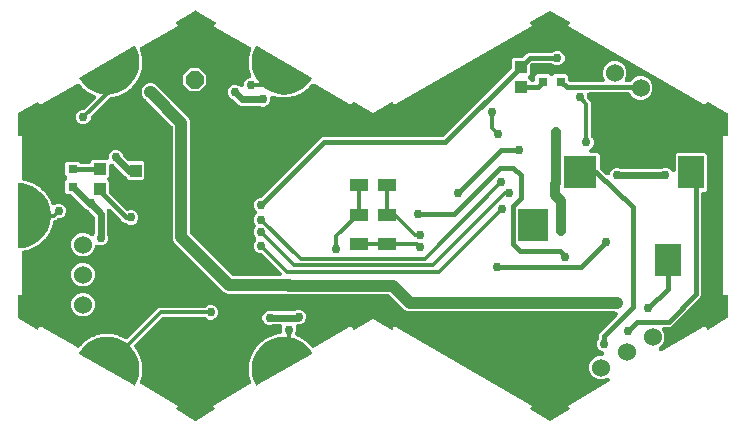
<source format=gbr>
G04 EAGLE Gerber RS-274X export*
G75*
%MOMM*%
%FSLAX34Y34*%
%LPD*%
%INTop Copper*%
%IPPOS*%
%AMOC8*
5,1,8,0,0,1.08239X$1,22.5*%
G01*
%ADD10R,0.800000X0.800000*%
%ADD11C,1.000000*%
%ADD12P,1.649562X8X22.500000*%
%ADD13R,1.100000X1.000000*%
%ADD14R,1.000000X1.100000*%
%ADD15C,1.524000*%
%ADD16R,2.200000X2.800000*%
%ADD17R,2.600000X2.800000*%
%ADD18R,2.800000X2.800000*%
%ADD19R,1.600000X1.000000*%
%ADD20C,0.756400*%
%ADD21C,0.406400*%
%ADD22C,0.609600*%
%ADD23C,1.016000*%
%ADD24C,0.812800*%
%ADD25C,0.304800*%
%ADD26C,0.254000*%

G36*
X449241Y29511D02*
X449241Y29511D01*
X449318Y29510D01*
X449342Y29519D01*
X449363Y29520D01*
X449402Y29541D01*
X449474Y29567D01*
X465974Y39067D01*
X465996Y39086D01*
X466022Y39099D01*
X466056Y39137D01*
X466059Y39139D01*
X466062Y39143D01*
X466070Y39152D01*
X466123Y39199D01*
X466136Y39225D01*
X466155Y39247D01*
X466178Y39314D01*
X466209Y39378D01*
X466211Y39407D01*
X466220Y39434D01*
X466215Y39506D01*
X466218Y39577D01*
X466208Y39604D01*
X466206Y39633D01*
X466164Y39723D01*
X466149Y39763D01*
X466142Y39771D01*
X466136Y39784D01*
X464413Y42280D01*
X498810Y62138D01*
X498866Y62178D01*
X498927Y62211D01*
X499029Y62296D01*
X499137Y62373D01*
X499184Y62423D01*
X499237Y62467D01*
X499321Y62571D01*
X499411Y62668D01*
X499447Y62726D01*
X499491Y62780D01*
X499552Y62898D01*
X499622Y63011D01*
X499646Y63075D01*
X499678Y63136D01*
X499715Y63264D01*
X499761Y63389D01*
X499772Y63457D01*
X499791Y63523D01*
X499802Y63655D01*
X499823Y63787D01*
X499820Y63855D01*
X499825Y63924D01*
X499811Y64056D01*
X499805Y64189D01*
X499788Y64256D01*
X499780Y64324D01*
X499740Y64450D01*
X499708Y64580D01*
X499678Y64642D01*
X499657Y64707D01*
X499592Y64823D01*
X499535Y64944D01*
X499494Y64999D01*
X499461Y65059D01*
X499374Y65160D01*
X499295Y65266D01*
X499244Y65312D01*
X499199Y65365D01*
X499094Y65447D01*
X498995Y65535D01*
X498936Y65570D01*
X498882Y65613D01*
X498763Y65673D01*
X498649Y65740D01*
X498584Y65763D01*
X498522Y65794D01*
X498394Y65829D01*
X498268Y65872D01*
X498200Y65882D01*
X498134Y65900D01*
X498001Y65909D01*
X497870Y65927D01*
X497801Y65923D01*
X497732Y65928D01*
X497600Y65910D01*
X497468Y65902D01*
X497401Y65884D01*
X497333Y65875D01*
X497162Y65821D01*
X497079Y65798D01*
X497049Y65784D01*
X497017Y65774D01*
X494346Y64667D01*
X490404Y64667D01*
X486763Y66176D01*
X483977Y68962D01*
X482468Y72603D01*
X482468Y76545D01*
X483977Y80186D01*
X486763Y82973D01*
X490404Y84481D01*
X493313Y84481D01*
X493317Y84481D01*
X493322Y84481D01*
X493515Y84501D01*
X493713Y84521D01*
X493718Y84522D01*
X493722Y84523D01*
X493908Y84580D01*
X494098Y84639D01*
X494102Y84641D01*
X494106Y84642D01*
X494278Y84736D01*
X494452Y84831D01*
X494456Y84833D01*
X494460Y84836D01*
X494607Y84960D01*
X494761Y85088D01*
X494764Y85092D01*
X494768Y85095D01*
X494889Y85247D01*
X495014Y85402D01*
X495016Y85406D01*
X495019Y85410D01*
X495108Y85583D01*
X495199Y85759D01*
X495201Y85764D01*
X495203Y85768D01*
X495256Y85955D01*
X495311Y86146D01*
X495311Y86151D01*
X495312Y86155D01*
X495327Y86348D01*
X495344Y86548D01*
X495343Y86552D01*
X495343Y86557D01*
X495320Y86747D01*
X495297Y86948D01*
X495295Y86952D01*
X495295Y86956D01*
X495234Y87139D01*
X495172Y87330D01*
X495170Y87334D01*
X495168Y87338D01*
X495073Y87505D01*
X494974Y87681D01*
X494971Y87684D01*
X494969Y87688D01*
X494837Y87839D01*
X494711Y87986D01*
X494707Y87988D01*
X494704Y87992D01*
X494548Y88112D01*
X494393Y88232D01*
X494389Y88234D01*
X494385Y88237D01*
X494090Y88389D01*
X491862Y89311D01*
X490155Y91019D01*
X489231Y93249D01*
X489231Y95663D01*
X490155Y97894D01*
X490386Y98125D01*
X490403Y98146D01*
X490424Y98163D01*
X490531Y98301D01*
X490641Y98437D01*
X490654Y98460D01*
X490670Y98481D01*
X490748Y98638D01*
X490830Y98792D01*
X490838Y98818D01*
X490850Y98842D01*
X490895Y99011D01*
X490945Y99178D01*
X490947Y99205D01*
X490954Y99231D01*
X490981Y99561D01*
X490981Y102459D01*
X491639Y104046D01*
X506139Y118547D01*
X506145Y118554D01*
X506152Y118560D01*
X506272Y118709D01*
X506394Y118858D01*
X506399Y118866D01*
X506404Y118873D01*
X506493Y119044D01*
X506583Y119214D01*
X506586Y119223D01*
X506590Y119231D01*
X506643Y119415D01*
X506698Y119600D01*
X506699Y119609D01*
X506701Y119618D01*
X506717Y119808D01*
X506734Y120001D01*
X506733Y120010D01*
X506734Y120019D01*
X506712Y120208D01*
X506691Y120401D01*
X506688Y120410D01*
X506687Y120419D01*
X506628Y120601D01*
X506569Y120785D01*
X506565Y120793D01*
X506562Y120801D01*
X506467Y120970D01*
X506374Y121137D01*
X506369Y121144D01*
X506364Y121152D01*
X506239Y121298D01*
X506114Y121444D01*
X506107Y121450D01*
X506101Y121457D01*
X505950Y121574D01*
X505798Y121694D01*
X505790Y121698D01*
X505783Y121704D01*
X505611Y121789D01*
X505439Y121876D01*
X505431Y121879D01*
X505423Y121883D01*
X505236Y121933D01*
X505051Y121984D01*
X505042Y121985D01*
X505034Y121987D01*
X504703Y122015D01*
X329528Y122015D01*
X326821Y123136D01*
X313964Y135993D01*
X313943Y136010D01*
X313926Y136030D01*
X313788Y136137D01*
X313653Y136248D01*
X313629Y136260D01*
X313608Y136277D01*
X313451Y136355D01*
X313297Y136437D01*
X313271Y136444D01*
X313247Y136456D01*
X313078Y136502D01*
X312911Y136551D01*
X312884Y136554D01*
X312858Y136561D01*
X312528Y136588D01*
X227072Y136588D01*
X226219Y136941D01*
X226189Y136950D01*
X226161Y136964D01*
X225997Y137008D01*
X225834Y137058D01*
X225802Y137061D01*
X225772Y137069D01*
X225442Y137096D01*
X176335Y137096D01*
X173627Y138217D01*
X131074Y180771D01*
X129952Y183478D01*
X129952Y277888D01*
X129949Y277915D01*
X129951Y277942D01*
X129929Y278116D01*
X129912Y278289D01*
X129904Y278315D01*
X129901Y278341D01*
X129845Y278507D01*
X129794Y278674D01*
X129781Y278698D01*
X129773Y278723D01*
X129685Y278875D01*
X129602Y279028D01*
X129585Y279048D01*
X129572Y279072D01*
X129357Y279325D01*
X107583Y301099D01*
X107559Y301119D01*
X107538Y301143D01*
X107403Y301247D01*
X107271Y301354D01*
X107244Y301369D01*
X107219Y301388D01*
X106924Y301540D01*
X106809Y301587D01*
X104737Y303659D01*
X103615Y306367D01*
X103615Y309298D01*
X104737Y312005D01*
X106809Y314077D01*
X107337Y314296D01*
X109517Y315199D01*
X112733Y315199D01*
X115441Y314077D01*
X143564Y285954D01*
X144685Y283247D01*
X144685Y188837D01*
X144688Y188810D01*
X144686Y188783D01*
X144708Y188609D01*
X144725Y188436D01*
X144733Y188410D01*
X144737Y188384D01*
X144792Y188218D01*
X144844Y188051D01*
X144856Y188027D01*
X144865Y188002D01*
X144952Y187850D01*
X145035Y187697D01*
X145052Y187677D01*
X145066Y187653D01*
X145280Y187400D01*
X180256Y152424D01*
X180277Y152407D01*
X180295Y152387D01*
X180433Y152280D01*
X180568Y152169D01*
X180592Y152157D01*
X180613Y152140D01*
X180770Y152062D01*
X180924Y151980D01*
X180949Y151973D01*
X180973Y151961D01*
X181143Y151915D01*
X181310Y151866D01*
X181336Y151863D01*
X181362Y151856D01*
X181693Y151829D01*
X220068Y151829D01*
X220077Y151830D01*
X220086Y151829D01*
X220279Y151850D01*
X220469Y151869D01*
X220477Y151872D01*
X220486Y151873D01*
X220670Y151931D01*
X220854Y151987D01*
X220862Y151992D01*
X220870Y151994D01*
X221038Y152087D01*
X221208Y152179D01*
X221215Y152185D01*
X221223Y152189D01*
X221370Y152314D01*
X221517Y152437D01*
X221523Y152444D01*
X221530Y152450D01*
X221649Y152601D01*
X221770Y152751D01*
X221774Y152758D01*
X221779Y152765D01*
X221867Y152938D01*
X221955Y153108D01*
X221957Y153116D01*
X221962Y153124D01*
X222013Y153311D01*
X222066Y153495D01*
X222067Y153504D01*
X222070Y153512D01*
X222084Y153705D01*
X222099Y153896D01*
X222098Y153905D01*
X222099Y153914D01*
X222075Y154104D01*
X222052Y154296D01*
X222050Y154304D01*
X222049Y154313D01*
X221987Y154496D01*
X221928Y154679D01*
X221923Y154687D01*
X221920Y154695D01*
X221824Y154862D01*
X221730Y155029D01*
X221724Y155036D01*
X221719Y155044D01*
X221505Y155297D01*
X205665Y171136D01*
X205644Y171153D01*
X205627Y171174D01*
X205489Y171281D01*
X205354Y171391D01*
X205330Y171404D01*
X205309Y171420D01*
X205152Y171498D01*
X204998Y171580D01*
X204972Y171588D01*
X204948Y171600D01*
X204779Y171645D01*
X204612Y171695D01*
X204585Y171697D01*
X204560Y171704D01*
X204229Y171731D01*
X203183Y171731D01*
X200953Y172655D01*
X199246Y174362D01*
X198322Y176593D01*
X198322Y179007D01*
X199246Y181238D01*
X200009Y182001D01*
X200021Y182015D01*
X200034Y182027D01*
X200148Y182170D01*
X200264Y182313D01*
X200273Y182329D01*
X200284Y182343D01*
X200367Y182506D01*
X200453Y182668D01*
X200458Y182685D01*
X200466Y182701D01*
X200516Y182879D01*
X200568Y183054D01*
X200569Y183072D01*
X200574Y183089D01*
X200588Y183272D01*
X200604Y183455D01*
X200602Y183473D01*
X200604Y183491D01*
X200581Y183672D01*
X200561Y183856D01*
X200555Y183873D01*
X200553Y183890D01*
X200495Y184063D01*
X200439Y184239D01*
X200431Y184255D01*
X200425Y184272D01*
X200333Y184431D01*
X200244Y184592D01*
X200233Y184605D01*
X200224Y184621D01*
X200009Y184874D01*
X199246Y185637D01*
X198322Y187868D01*
X198322Y190282D01*
X199246Y192513D01*
X199612Y192879D01*
X199624Y192893D01*
X199637Y192905D01*
X199751Y193049D01*
X199868Y193191D01*
X199876Y193207D01*
X199887Y193221D01*
X199970Y193385D01*
X200056Y193547D01*
X200061Y193564D01*
X200069Y193580D01*
X200119Y193756D01*
X200171Y193932D01*
X200173Y193950D01*
X200177Y193967D01*
X200191Y194150D01*
X200207Y194333D01*
X200205Y194351D01*
X200207Y194369D01*
X200184Y194551D01*
X200164Y194734D01*
X200159Y194751D01*
X200156Y194768D01*
X200098Y194942D01*
X200042Y195118D01*
X200034Y195133D01*
X200028Y195150D01*
X199936Y195310D01*
X199848Y195470D01*
X199836Y195483D01*
X199827Y195499D01*
X199612Y195752D01*
X199246Y196119D01*
X198322Y198349D01*
X198322Y200763D01*
X199246Y202994D01*
X200758Y204506D01*
X200769Y204520D01*
X200783Y204531D01*
X200896Y204675D01*
X201013Y204817D01*
X201021Y204833D01*
X201032Y204847D01*
X201115Y205011D01*
X201201Y205173D01*
X201207Y205190D01*
X201215Y205206D01*
X201264Y205383D01*
X201316Y205559D01*
X201318Y205577D01*
X201323Y205594D01*
X201336Y205777D01*
X201353Y205960D01*
X201351Y205978D01*
X201352Y205996D01*
X201329Y206178D01*
X201309Y206360D01*
X201304Y206377D01*
X201302Y206395D01*
X201243Y206569D01*
X201188Y206744D01*
X201179Y206760D01*
X201173Y206777D01*
X201082Y206936D01*
X200993Y207096D01*
X200981Y207110D01*
X200972Y207126D01*
X200758Y207379D01*
X199643Y208494D01*
X198719Y210724D01*
X198719Y213138D01*
X199643Y215369D01*
X201350Y217076D01*
X203580Y218000D01*
X203907Y218000D01*
X203934Y218003D01*
X203961Y218001D01*
X204134Y218023D01*
X204308Y218040D01*
X204333Y218048D01*
X204360Y218051D01*
X204526Y218107D01*
X204693Y218158D01*
X204716Y218171D01*
X204742Y218179D01*
X204893Y218267D01*
X205047Y218350D01*
X205067Y218367D01*
X205091Y218380D01*
X205344Y218595D01*
X255522Y268774D01*
X257110Y269431D01*
X357963Y269431D01*
X357990Y269434D01*
X358017Y269432D01*
X358191Y269454D01*
X358364Y269471D01*
X358390Y269479D01*
X358416Y269482D01*
X358582Y269538D01*
X358749Y269589D01*
X358773Y269602D01*
X358798Y269611D01*
X358950Y269698D01*
X359103Y269781D01*
X359124Y269798D01*
X359147Y269811D01*
X359400Y270026D01*
X416275Y326901D01*
X416292Y326922D01*
X416312Y326939D01*
X416419Y327077D01*
X416530Y327212D01*
X416542Y327236D01*
X416559Y327257D01*
X416636Y327414D01*
X416718Y327568D01*
X416726Y327594D01*
X416738Y327618D01*
X416783Y327787D01*
X416833Y327954D01*
X416835Y327981D01*
X416842Y328007D01*
X416870Y328337D01*
X416870Y335122D01*
X418209Y336462D01*
X424994Y336462D01*
X425021Y336464D01*
X425047Y336462D01*
X425221Y336484D01*
X425395Y336502D01*
X425420Y336509D01*
X425447Y336513D01*
X425612Y336568D01*
X425780Y336620D01*
X425803Y336633D01*
X425828Y336641D01*
X425980Y336728D01*
X426134Y336812D01*
X426154Y336829D01*
X426177Y336842D01*
X426430Y337057D01*
X429585Y340211D01*
X430770Y340702D01*
X431172Y340869D01*
X450507Y340869D01*
X450534Y340871D01*
X450561Y340869D01*
X450735Y340891D01*
X450908Y340909D01*
X450934Y340916D01*
X450960Y340920D01*
X451126Y340975D01*
X451293Y341027D01*
X451317Y341040D01*
X451342Y341048D01*
X451493Y341135D01*
X451647Y341219D01*
X451667Y341236D01*
X451691Y341249D01*
X451944Y341464D01*
X452175Y341695D01*
X454405Y342619D01*
X456820Y342619D01*
X459050Y341695D01*
X460757Y339988D01*
X461681Y337757D01*
X461681Y335343D01*
X460757Y333112D01*
X459050Y331405D01*
X456820Y330481D01*
X454405Y330481D01*
X452175Y331405D01*
X451944Y331636D01*
X451923Y331653D01*
X451906Y331674D01*
X451768Y331781D01*
X451632Y331891D01*
X451609Y331904D01*
X451587Y331920D01*
X451430Y331998D01*
X451276Y332080D01*
X451251Y332088D01*
X451227Y332100D01*
X451057Y332145D01*
X450891Y332195D01*
X450864Y332197D01*
X450838Y332204D01*
X450507Y332231D01*
X434662Y332231D01*
X434635Y332229D01*
X434608Y332231D01*
X434434Y332209D01*
X434261Y332191D01*
X434235Y332184D01*
X434209Y332180D01*
X434043Y332125D01*
X433876Y332073D01*
X433852Y332060D01*
X433827Y332052D01*
X433675Y331965D01*
X433522Y331881D01*
X433501Y331864D01*
X433478Y331851D01*
X433225Y331636D01*
X433038Y331449D01*
X433021Y331428D01*
X433001Y331411D01*
X432894Y331273D01*
X432783Y331138D01*
X432770Y331114D01*
X432754Y331093D01*
X432676Y330935D01*
X432594Y330782D01*
X432587Y330756D01*
X432575Y330732D01*
X432529Y330563D01*
X432479Y330396D01*
X432477Y330369D01*
X432470Y330343D01*
X432443Y330013D01*
X432443Y323228D01*
X431326Y322111D01*
X431315Y322097D01*
X431302Y322086D01*
X431188Y321942D01*
X431071Y321800D01*
X431063Y321784D01*
X431052Y321770D01*
X430969Y321606D01*
X430883Y321444D01*
X430878Y321427D01*
X430870Y321411D01*
X430820Y321234D01*
X430768Y321058D01*
X430766Y321040D01*
X430762Y321023D01*
X430748Y320839D01*
X430732Y320657D01*
X430734Y320639D01*
X430732Y320622D01*
X430755Y320440D01*
X430775Y320257D01*
X430780Y320240D01*
X430783Y320222D01*
X430841Y320048D01*
X430897Y319873D01*
X430905Y319857D01*
X430911Y319841D01*
X431002Y319682D01*
X431091Y319521D01*
X431103Y319507D01*
X431112Y319492D01*
X431326Y319239D01*
X432497Y318068D01*
X432547Y317915D01*
X432601Y317739D01*
X432610Y317724D01*
X432615Y317707D01*
X432705Y317547D01*
X432793Y317385D01*
X432804Y317372D01*
X432813Y317356D01*
X432933Y317217D01*
X433051Y317076D01*
X433064Y317065D01*
X433076Y317051D01*
X433221Y316939D01*
X433364Y316824D01*
X433380Y316816D01*
X433394Y316805D01*
X433559Y316723D01*
X433722Y316638D01*
X433739Y316633D01*
X433755Y316625D01*
X433933Y316578D01*
X434109Y316527D01*
X434126Y316525D01*
X434144Y316521D01*
X434474Y316494D01*
X435032Y316494D01*
X435050Y316496D01*
X435068Y316494D01*
X435250Y316515D01*
X435433Y316534D01*
X435450Y316539D01*
X435467Y316541D01*
X435642Y316598D01*
X435818Y316652D01*
X435833Y316660D01*
X435850Y316666D01*
X436010Y316756D01*
X436172Y316844D01*
X436185Y316855D01*
X436201Y316864D01*
X436340Y316984D01*
X436481Y317101D01*
X436492Y317115D01*
X436506Y317127D01*
X436618Y317272D01*
X436733Y317415D01*
X436741Y317431D01*
X436752Y317445D01*
X436834Y317610D01*
X436919Y317772D01*
X436924Y317789D01*
X436932Y317805D01*
X436979Y317984D01*
X437030Y318159D01*
X437032Y318177D01*
X437036Y318194D01*
X437063Y318525D01*
X437063Y321653D01*
X438403Y322993D01*
X448297Y322993D01*
X449414Y321876D01*
X449427Y321865D01*
X449439Y321852D01*
X449583Y321738D01*
X449725Y321621D01*
X449741Y321613D01*
X449755Y321602D01*
X449919Y321519D01*
X450081Y321433D01*
X450098Y321428D01*
X450114Y321420D01*
X450291Y321370D01*
X450467Y321318D01*
X450485Y321316D01*
X450502Y321312D01*
X450685Y321298D01*
X450868Y321282D01*
X450886Y321284D01*
X450903Y321282D01*
X451085Y321305D01*
X451268Y321325D01*
X451285Y321330D01*
X451303Y321333D01*
X451476Y321391D01*
X451652Y321447D01*
X451668Y321455D01*
X451684Y321461D01*
X451843Y321552D01*
X452004Y321641D01*
X452018Y321653D01*
X452033Y321662D01*
X452286Y321876D01*
X453403Y322993D01*
X463297Y322993D01*
X464637Y321653D01*
X464637Y318138D01*
X464639Y318121D01*
X464637Y318103D01*
X464658Y317921D01*
X464677Y317738D01*
X464682Y317721D01*
X464684Y317703D01*
X464741Y317527D01*
X464795Y317353D01*
X464803Y317337D01*
X464809Y317320D01*
X464899Y317160D01*
X464987Y316999D01*
X464998Y316985D01*
X465007Y316970D01*
X465128Y316830D01*
X465244Y316690D01*
X465258Y316678D01*
X465270Y316665D01*
X465415Y316552D01*
X465558Y316437D01*
X465574Y316429D01*
X465588Y316418D01*
X465753Y316336D01*
X465915Y316252D01*
X465932Y316247D01*
X465948Y316239D01*
X466127Y316191D01*
X466302Y316140D01*
X466320Y316139D01*
X466337Y316134D01*
X466668Y316107D01*
X493551Y316107D01*
X493565Y316109D01*
X493578Y316107D01*
X493764Y316128D01*
X493952Y316147D01*
X493965Y316151D01*
X493978Y316153D01*
X494156Y316210D01*
X494337Y316265D01*
X494349Y316272D01*
X494362Y316276D01*
X494525Y316367D01*
X494691Y316457D01*
X494701Y316466D01*
X494713Y316472D01*
X494856Y316595D01*
X495000Y316715D01*
X495009Y316725D01*
X495019Y316734D01*
X495135Y316882D01*
X495253Y317028D01*
X495259Y317040D01*
X495267Y317051D01*
X495352Y317220D01*
X495438Y317386D01*
X495442Y317399D01*
X495448Y317411D01*
X495498Y317593D01*
X495550Y317773D01*
X495551Y317786D01*
X495554Y317799D01*
X495567Y317987D01*
X495582Y318174D01*
X495581Y318187D01*
X495582Y318201D01*
X495557Y318388D01*
X495535Y318574D01*
X495531Y318586D01*
X495530Y318600D01*
X495428Y318916D01*
X494216Y321841D01*
X494216Y325782D01*
X495725Y329423D01*
X498511Y332210D01*
X502152Y333718D01*
X506094Y333718D01*
X509735Y332210D01*
X512522Y329423D01*
X514030Y325782D01*
X514030Y321841D01*
X512818Y318916D01*
X512814Y318903D01*
X512808Y318891D01*
X512756Y318711D01*
X512702Y318530D01*
X512700Y318517D01*
X512697Y318504D01*
X512681Y318316D01*
X512664Y318130D01*
X512665Y318116D01*
X512664Y318103D01*
X512686Y317916D01*
X512705Y317729D01*
X512709Y317716D01*
X512711Y317703D01*
X512769Y317524D01*
X512825Y317345D01*
X512831Y317333D01*
X512836Y317320D01*
X512928Y317156D01*
X513018Y316992D01*
X513027Y316981D01*
X513034Y316970D01*
X513156Y316828D01*
X513277Y316683D01*
X513288Y316675D01*
X513297Y316665D01*
X513445Y316550D01*
X513592Y316432D01*
X513604Y316426D01*
X513615Y316418D01*
X513783Y316334D01*
X513950Y316248D01*
X513963Y316245D01*
X513975Y316239D01*
X514158Y316190D01*
X514338Y316139D01*
X514351Y316138D01*
X514364Y316134D01*
X514695Y316107D01*
X516232Y316107D01*
X516258Y316110D01*
X516285Y316108D01*
X516459Y316130D01*
X516632Y316147D01*
X516658Y316155D01*
X516684Y316158D01*
X516850Y316214D01*
X517017Y316265D01*
X517041Y316278D01*
X517066Y316286D01*
X517218Y316374D01*
X517371Y316457D01*
X517392Y316474D01*
X517415Y316487D01*
X517668Y316702D01*
X520553Y319587D01*
X522490Y320390D01*
X524194Y321095D01*
X528135Y321095D01*
X531776Y319587D01*
X534563Y316800D01*
X536071Y313159D01*
X536071Y309218D01*
X534563Y305577D01*
X531776Y302790D01*
X528135Y301282D01*
X524194Y301282D01*
X520553Y302790D01*
X517766Y305577D01*
X517501Y306216D01*
X517491Y306235D01*
X517484Y306257D01*
X517395Y306413D01*
X517311Y306571D01*
X517297Y306588D01*
X517286Y306607D01*
X517169Y306743D01*
X517055Y306881D01*
X517037Y306895D01*
X517023Y306912D01*
X516882Y307021D01*
X516742Y307135D01*
X516722Y307145D01*
X516705Y307159D01*
X516544Y307238D01*
X516385Y307322D01*
X516364Y307328D01*
X516344Y307338D01*
X516171Y307385D01*
X515999Y307435D01*
X515977Y307437D01*
X515955Y307443D01*
X515624Y307470D01*
X482508Y307470D01*
X482494Y307468D01*
X482481Y307470D01*
X482295Y307448D01*
X482107Y307430D01*
X482094Y307426D01*
X482081Y307424D01*
X481902Y307367D01*
X481722Y307312D01*
X481710Y307305D01*
X481698Y307301D01*
X481534Y307210D01*
X481368Y307120D01*
X481358Y307111D01*
X481346Y307105D01*
X481204Y306983D01*
X481059Y306862D01*
X481051Y306852D01*
X481040Y306843D01*
X480924Y306694D01*
X480807Y306548D01*
X480801Y306537D01*
X480792Y306526D01*
X480707Y306357D01*
X480621Y306191D01*
X480617Y306178D01*
X480611Y306166D01*
X480561Y305983D01*
X480510Y305804D01*
X480509Y305791D01*
X480505Y305778D01*
X480492Y305591D01*
X480477Y305403D01*
X480478Y305390D01*
X480478Y305376D01*
X480502Y305191D01*
X480524Y305003D01*
X480528Y304990D01*
X480530Y304977D01*
X480631Y304661D01*
X480731Y304420D01*
X480731Y303374D01*
X480734Y303348D01*
X480732Y303321D01*
X480754Y303147D01*
X480771Y302974D01*
X480779Y302948D01*
X480782Y302922D01*
X480838Y302756D01*
X480889Y302589D01*
X480902Y302565D01*
X480911Y302540D01*
X480998Y302388D01*
X481081Y302235D01*
X481098Y302214D01*
X481111Y302191D01*
X481326Y301938D01*
X484029Y299235D01*
X484029Y270726D01*
X484032Y270699D01*
X484030Y270672D01*
X484052Y270498D01*
X484069Y270325D01*
X484077Y270299D01*
X484081Y270273D01*
X484136Y270107D01*
X484188Y269940D01*
X484200Y269916D01*
X484209Y269891D01*
X484296Y269740D01*
X484379Y269586D01*
X484396Y269566D01*
X484410Y269542D01*
X484624Y269289D01*
X485364Y268550D01*
X486287Y266320D01*
X486287Y263905D01*
X485364Y261675D01*
X483592Y259903D01*
X483548Y259880D01*
X483544Y259877D01*
X483540Y259874D01*
X483392Y259751D01*
X483237Y259623D01*
X483234Y259620D01*
X483231Y259617D01*
X483107Y259463D01*
X482984Y259311D01*
X482982Y259307D01*
X482979Y259303D01*
X482889Y259129D01*
X482797Y258954D01*
X482795Y258950D01*
X482793Y258946D01*
X482739Y258757D01*
X482683Y258568D01*
X482683Y258563D01*
X482682Y258559D01*
X482666Y258363D01*
X482649Y258167D01*
X482649Y258162D01*
X482649Y258157D01*
X482672Y257963D01*
X482694Y257767D01*
X482695Y257762D01*
X482696Y257758D01*
X482757Y257568D01*
X482817Y257383D01*
X482819Y257379D01*
X482821Y257375D01*
X482919Y257200D01*
X483013Y257032D01*
X483016Y257028D01*
X483018Y257024D01*
X483149Y256874D01*
X483275Y256726D01*
X483279Y256723D01*
X483282Y256719D01*
X483436Y256600D01*
X483592Y256478D01*
X483596Y256475D01*
X483600Y256473D01*
X483776Y256385D01*
X483952Y256297D01*
X483956Y256296D01*
X483960Y256293D01*
X484154Y256241D01*
X484340Y256190D01*
X484345Y256190D01*
X484349Y256189D01*
X484680Y256162D01*
X489922Y256162D01*
X491262Y254822D01*
X491262Y244202D01*
X491267Y244145D01*
X491265Y244087D01*
X491287Y243945D01*
X491302Y243801D01*
X491318Y243746D01*
X491327Y243690D01*
X491377Y243554D01*
X491420Y243416D01*
X491447Y243366D01*
X491467Y243312D01*
X491543Y243189D01*
X491612Y243062D01*
X491648Y243018D01*
X491678Y242969D01*
X491819Y242813D01*
X491869Y242753D01*
X491884Y242741D01*
X491900Y242723D01*
X497078Y237846D01*
X497225Y237733D01*
X497368Y237619D01*
X497384Y237611D01*
X497397Y237601D01*
X497563Y237519D01*
X497727Y237435D01*
X497743Y237430D01*
X497758Y237423D01*
X497938Y237375D01*
X498114Y237325D01*
X498131Y237324D01*
X498148Y237319D01*
X498333Y237308D01*
X498515Y237294D01*
X498532Y237296D01*
X498550Y237295D01*
X498731Y237320D01*
X498915Y237343D01*
X498931Y237348D01*
X498948Y237351D01*
X499121Y237411D01*
X499297Y237469D01*
X499312Y237478D01*
X499328Y237483D01*
X499487Y237577D01*
X499647Y237669D01*
X499660Y237680D01*
X499675Y237689D01*
X499812Y237812D01*
X499951Y237933D01*
X499961Y237947D01*
X499974Y237958D01*
X500084Y238107D01*
X500196Y238252D01*
X500205Y238269D01*
X500214Y238282D01*
X500245Y238348D01*
X500348Y238548D01*
X501268Y240769D01*
X502975Y242476D01*
X505205Y243400D01*
X507620Y243400D01*
X509018Y242821D01*
X509048Y242812D01*
X509076Y242798D01*
X509241Y242753D01*
X509404Y242704D01*
X509435Y242701D01*
X509465Y242693D01*
X509796Y242666D01*
X543511Y242666D01*
X543542Y242669D01*
X543573Y242667D01*
X543742Y242689D01*
X543911Y242706D01*
X543941Y242715D01*
X543972Y242719D01*
X544288Y242821D01*
X545687Y243400D01*
X548101Y243400D01*
X550331Y242476D01*
X552221Y240587D01*
X552228Y240581D01*
X552233Y240574D01*
X552383Y240454D01*
X552532Y240332D01*
X552540Y240327D01*
X552547Y240322D01*
X552717Y240233D01*
X552888Y240143D01*
X552897Y240140D01*
X552904Y240136D01*
X553089Y240083D01*
X553274Y240028D01*
X553283Y240027D01*
X553291Y240025D01*
X553482Y240009D01*
X553675Y239992D01*
X553684Y239993D01*
X553693Y239992D01*
X553882Y240014D01*
X554075Y240035D01*
X554084Y240038D01*
X554092Y240039D01*
X554274Y240098D01*
X554459Y240157D01*
X554467Y240161D01*
X554475Y240164D01*
X554644Y240259D01*
X554811Y240352D01*
X554818Y240357D01*
X554826Y240362D01*
X554972Y240488D01*
X555118Y240612D01*
X555124Y240619D01*
X555131Y240625D01*
X555248Y240776D01*
X555368Y240928D01*
X555372Y240936D01*
X555377Y240943D01*
X555463Y241115D01*
X555550Y241287D01*
X555553Y241296D01*
X555557Y241304D01*
X555607Y241490D01*
X555658Y241675D01*
X555659Y241684D01*
X555661Y241692D01*
X555688Y242023D01*
X555688Y254822D01*
X557028Y256162D01*
X580922Y256162D01*
X582262Y254822D01*
X582262Y224928D01*
X580922Y223588D01*
X579294Y223588D01*
X579276Y223586D01*
X579258Y223588D01*
X579076Y223567D01*
X578893Y223548D01*
X578876Y223543D01*
X578858Y223541D01*
X578684Y223484D01*
X578508Y223430D01*
X578493Y223422D01*
X578476Y223416D01*
X578315Y223326D01*
X578154Y223238D01*
X578141Y223227D01*
X578125Y223218D01*
X577985Y223098D01*
X577845Y222981D01*
X577834Y222967D01*
X577820Y222955D01*
X577708Y222810D01*
X577593Y222667D01*
X577584Y222651D01*
X577573Y222637D01*
X577491Y222472D01*
X577407Y222310D01*
X577402Y222293D01*
X577394Y222277D01*
X577346Y222098D01*
X577296Y221923D01*
X577294Y221905D01*
X577290Y221888D01*
X577262Y221557D01*
X577262Y135828D01*
X576605Y134241D01*
X575105Y132741D01*
X575104Y132741D01*
X553709Y111346D01*
X553709Y111345D01*
X552209Y109845D01*
X550622Y109188D01*
X546102Y109188D01*
X546093Y109187D01*
X546084Y109187D01*
X545894Y109167D01*
X545702Y109148D01*
X545693Y109145D01*
X545684Y109144D01*
X545501Y109086D01*
X545317Y109029D01*
X545309Y109025D01*
X545300Y109022D01*
X545132Y108929D01*
X544963Y108838D01*
X544956Y108832D01*
X544948Y108828D01*
X544801Y108703D01*
X544653Y108580D01*
X544648Y108573D01*
X544641Y108567D01*
X544521Y108416D01*
X544401Y108266D01*
X544397Y108258D01*
X544391Y108251D01*
X544303Y108078D01*
X544216Y107909D01*
X544213Y107900D01*
X544209Y107892D01*
X544157Y107707D01*
X544104Y107522D01*
X544103Y107513D01*
X544101Y107504D01*
X544087Y107313D01*
X544071Y107121D01*
X544072Y107112D01*
X544072Y107103D01*
X544096Y106910D01*
X544118Y106721D01*
X544121Y106712D01*
X544122Y106703D01*
X544183Y106522D01*
X544243Y106338D01*
X544248Y106330D01*
X544250Y106322D01*
X544346Y106156D01*
X544441Y105987D01*
X544447Y105981D01*
X544451Y105973D01*
X544666Y105720D01*
X544723Y105662D01*
X546232Y102021D01*
X546232Y98080D01*
X544723Y94439D01*
X541925Y91641D01*
X541838Y91535D01*
X541745Y91434D01*
X541711Y91379D01*
X541670Y91330D01*
X541606Y91208D01*
X541534Y91091D01*
X541512Y91031D01*
X541482Y90974D01*
X541442Y90842D01*
X541395Y90713D01*
X541385Y90650D01*
X541367Y90588D01*
X541354Y90451D01*
X541333Y90315D01*
X541336Y90251D01*
X541330Y90187D01*
X541345Y90050D01*
X541351Y89913D01*
X541367Y89851D01*
X541374Y89787D01*
X541415Y89656D01*
X541448Y89522D01*
X541476Y89464D01*
X541495Y89403D01*
X541562Y89283D01*
X541621Y89159D01*
X541659Y89107D01*
X541690Y89051D01*
X541779Y88946D01*
X541861Y88836D01*
X541909Y88793D01*
X541951Y88744D01*
X542058Y88659D01*
X542161Y88567D01*
X542216Y88534D01*
X542267Y88494D01*
X542389Y88432D01*
X542507Y88362D01*
X542568Y88341D01*
X542626Y88312D01*
X542758Y88275D01*
X542888Y88230D01*
X542951Y88221D01*
X543013Y88204D01*
X543151Y88194D01*
X543286Y88175D01*
X543351Y88179D01*
X543415Y88174D01*
X543551Y88191D01*
X543688Y88200D01*
X543750Y88217D01*
X543814Y88225D01*
X543945Y88268D01*
X544077Y88304D01*
X544144Y88335D01*
X544196Y88353D01*
X544265Y88393D01*
X544377Y88446D01*
X580996Y109587D01*
X582274Y106887D01*
X582291Y106864D01*
X582301Y106837D01*
X582350Y106785D01*
X582393Y106727D01*
X582418Y106713D01*
X582437Y106692D01*
X582503Y106663D01*
X582565Y106627D01*
X582593Y106624D01*
X582619Y106612D01*
X582691Y106611D01*
X582762Y106602D01*
X582789Y106610D01*
X582818Y106610D01*
X582913Y106645D01*
X582953Y106656D01*
X582962Y106663D01*
X582974Y106667D01*
X599474Y116167D01*
X599533Y116219D01*
X599595Y116265D01*
X599606Y116284D01*
X599623Y116299D01*
X599657Y116369D01*
X599697Y116436D01*
X599701Y116461D01*
X599709Y116478D01*
X599711Y116523D01*
X599724Y116600D01*
X599724Y135600D01*
X599719Y135628D01*
X599721Y135656D01*
X599699Y135724D01*
X599685Y135795D01*
X599669Y135818D01*
X599660Y135845D01*
X599613Y135900D01*
X599572Y135959D01*
X599548Y135974D01*
X599530Y135996D01*
X599465Y136027D01*
X599405Y136066D01*
X599377Y136071D01*
X599351Y136083D01*
X599250Y136092D01*
X599208Y136099D01*
X599198Y136097D01*
X599185Y136098D01*
X596184Y135859D01*
X596184Y270541D01*
X599185Y270302D01*
X599214Y270306D01*
X599242Y270301D01*
X599311Y270318D01*
X599383Y270326D01*
X599407Y270341D01*
X599435Y270347D01*
X599493Y270390D01*
X599555Y270426D01*
X599572Y270448D01*
X599595Y270465D01*
X599632Y270527D01*
X599675Y270584D01*
X599682Y270612D01*
X599697Y270636D01*
X599713Y270736D01*
X599724Y270777D01*
X599722Y270787D01*
X599724Y270800D01*
X599724Y289800D01*
X599709Y289876D01*
X599700Y289954D01*
X599689Y289973D01*
X599685Y289995D01*
X599641Y290059D01*
X599602Y290127D01*
X599583Y290143D01*
X599572Y290159D01*
X599534Y290183D01*
X599474Y290233D01*
X582974Y299733D01*
X582947Y299742D01*
X582923Y299758D01*
X582853Y299773D01*
X582785Y299796D01*
X582757Y299793D01*
X582729Y299799D01*
X582659Y299786D01*
X582587Y299780D01*
X582562Y299767D01*
X582534Y299761D01*
X582474Y299721D01*
X582411Y299688D01*
X582393Y299666D01*
X582369Y299650D01*
X582311Y299567D01*
X582284Y299535D01*
X582281Y299524D01*
X582274Y299514D01*
X580996Y296813D01*
X464413Y364120D01*
X466136Y366616D01*
X466147Y366643D01*
X466166Y366665D01*
X466186Y366734D01*
X466214Y366799D01*
X466214Y366828D01*
X466222Y366856D01*
X466214Y366927D01*
X466215Y366998D01*
X466203Y367025D01*
X466200Y367054D01*
X466165Y367116D01*
X466137Y367181D01*
X466117Y367202D01*
X466102Y367227D01*
X466025Y367290D01*
X465995Y367320D01*
X465985Y367324D01*
X465974Y367333D01*
X449474Y376833D01*
X449401Y376857D01*
X449331Y376888D01*
X449307Y376888D01*
X449285Y376896D01*
X449209Y376890D01*
X449132Y376891D01*
X449108Y376881D01*
X449087Y376880D01*
X449048Y376859D01*
X448976Y376833D01*
X432476Y367333D01*
X432454Y367314D01*
X432428Y367301D01*
X432380Y367248D01*
X432327Y367201D01*
X432314Y367175D01*
X432295Y367154D01*
X432272Y367086D01*
X432241Y367022D01*
X432240Y366993D01*
X432230Y366966D01*
X432235Y366894D01*
X432232Y366823D01*
X432242Y366796D01*
X432244Y366767D01*
X432286Y366677D01*
X432301Y366637D01*
X432308Y366629D01*
X432314Y366616D01*
X434037Y364120D01*
X317449Y296810D01*
X316177Y299513D01*
X316159Y299536D01*
X316149Y299563D01*
X316100Y299615D01*
X316058Y299672D01*
X316033Y299687D01*
X316013Y299708D01*
X315948Y299737D01*
X315886Y299772D01*
X315857Y299776D01*
X315831Y299788D01*
X315760Y299789D01*
X315689Y299798D01*
X315661Y299790D01*
X315632Y299791D01*
X315539Y299756D01*
X315498Y299744D01*
X315489Y299737D01*
X315476Y299733D01*
X299225Y290376D01*
X282974Y299733D01*
X282947Y299742D01*
X282923Y299759D01*
X282853Y299773D01*
X282785Y299796D01*
X282756Y299793D01*
X282728Y299799D01*
X282658Y299785D01*
X282587Y299780D01*
X282561Y299766D01*
X282533Y299761D01*
X282474Y299721D01*
X282411Y299688D01*
X282392Y299666D01*
X282368Y299649D01*
X282311Y299567D01*
X282284Y299535D01*
X282281Y299524D01*
X282273Y299513D01*
X281001Y296810D01*
X249956Y314733D01*
X249825Y314792D01*
X249698Y314859D01*
X249642Y314875D01*
X249589Y314899D01*
X249450Y314931D01*
X249311Y314971D01*
X249254Y314976D01*
X249197Y314989D01*
X249053Y314993D01*
X248910Y315005D01*
X248852Y314999D01*
X248795Y315000D01*
X248653Y314976D01*
X248510Y314959D01*
X248455Y314941D01*
X248398Y314932D01*
X248264Y314880D01*
X248127Y314835D01*
X248076Y314807D01*
X248022Y314786D01*
X247901Y314709D01*
X247776Y314638D01*
X247732Y314601D01*
X247683Y314569D01*
X247579Y314469D01*
X247471Y314376D01*
X247429Y314325D01*
X247393Y314290D01*
X247346Y314222D01*
X247262Y314118D01*
X246952Y313662D01*
X246903Y313644D01*
X246797Y313577D01*
X246686Y313519D01*
X246627Y313471D01*
X246562Y313430D01*
X246441Y313320D01*
X246374Y313265D01*
X246351Y313237D01*
X246317Y313206D01*
X245728Y312570D01*
X245681Y312509D01*
X245628Y312454D01*
X245560Y312349D01*
X245484Y312249D01*
X245451Y312180D01*
X245410Y312116D01*
X245364Y312000D01*
X245315Y311899D01*
X244627Y311350D01*
X244578Y311302D01*
X244404Y311143D01*
X243801Y310492D01*
X243750Y310481D01*
X243635Y310431D01*
X243517Y310390D01*
X243451Y310351D01*
X243381Y310320D01*
X243245Y310229D01*
X243170Y310185D01*
X243143Y310161D01*
X243105Y310135D01*
X242428Y309595D01*
X242373Y309541D01*
X242312Y309495D01*
X242229Y309401D01*
X242139Y309314D01*
X242096Y309251D01*
X242046Y309193D01*
X241983Y309084D01*
X241920Y308993D01*
X241157Y308552D01*
X241103Y308513D01*
X240906Y308381D01*
X240213Y307827D01*
X240160Y307824D01*
X240039Y307792D01*
X239916Y307768D01*
X239845Y307740D01*
X239772Y307720D01*
X239624Y307650D01*
X239543Y307617D01*
X239513Y307598D01*
X239472Y307578D01*
X238721Y307144D01*
X238659Y307100D01*
X238592Y307063D01*
X238496Y306982D01*
X238394Y306909D01*
X238342Y306853D01*
X238283Y306804D01*
X238205Y306706D01*
X238129Y306625D01*
X237309Y306302D01*
X237249Y306272D01*
X237036Y306170D01*
X236267Y305727D01*
X236215Y305731D01*
X236091Y305717D01*
X235966Y305713D01*
X235891Y305695D01*
X235815Y305686D01*
X235659Y305639D01*
X235574Y305619D01*
X235542Y305604D01*
X235497Y305591D01*
X234691Y305274D01*
X234623Y305239D01*
X234551Y305213D01*
X234444Y305147D01*
X234332Y305090D01*
X234272Y305042D01*
X234207Y305002D01*
X234115Y304917D01*
X234028Y304848D01*
X233169Y304652D01*
X233105Y304630D01*
X232879Y304562D01*
X232053Y304238D01*
X232002Y304250D01*
X231877Y304255D01*
X231753Y304269D01*
X231676Y304262D01*
X231600Y304265D01*
X231439Y304242D01*
X231351Y304234D01*
X231317Y304224D01*
X231272Y304218D01*
X230426Y304025D01*
X230354Y304000D01*
X230279Y303985D01*
X230164Y303936D01*
X230045Y303897D01*
X229978Y303858D01*
X229908Y303828D01*
X229805Y303758D01*
X229708Y303702D01*
X228829Y303636D01*
X228763Y303625D01*
X228529Y303591D01*
X227664Y303393D01*
X227615Y303413D01*
X227492Y303436D01*
X227372Y303469D01*
X227295Y303474D01*
X227220Y303488D01*
X227057Y303489D01*
X226970Y303495D01*
X226934Y303490D01*
X226888Y303490D01*
X226024Y303425D01*
X225948Y303412D01*
X225872Y303408D01*
X225751Y303377D01*
X225627Y303355D01*
X225556Y303327D01*
X225482Y303308D01*
X225369Y303254D01*
X225265Y303214D01*
X224386Y303279D01*
X224319Y303277D01*
X224083Y303279D01*
X223198Y303212D01*
X223153Y303239D01*
X223035Y303281D01*
X222920Y303331D01*
X222845Y303347D01*
X222773Y303372D01*
X222612Y303398D01*
X222527Y303416D01*
X222491Y303417D01*
X222445Y303424D01*
X221581Y303488D01*
X221504Y303487D01*
X221428Y303494D01*
X221303Y303482D01*
X221178Y303478D01*
X221104Y303462D01*
X221028Y303454D01*
X220908Y303417D01*
X220799Y303392D01*
X219940Y303588D01*
X219873Y303596D01*
X219640Y303633D01*
X218755Y303699D01*
X218714Y303732D01*
X218604Y303791D01*
X218498Y303858D01*
X218426Y303885D01*
X218359Y303921D01*
X218203Y303970D01*
X218121Y304001D01*
X218086Y304007D01*
X218042Y304021D01*
X217197Y304213D01*
X217121Y304223D01*
X217047Y304242D01*
X216922Y304248D01*
X216798Y304263D01*
X216721Y304258D01*
X216645Y304262D01*
X216521Y304243D01*
X216410Y304235D01*
X215589Y304556D01*
X215524Y304575D01*
X215299Y304646D01*
X214926Y304731D01*
X214883Y304736D01*
X214841Y304748D01*
X214683Y304761D01*
X214527Y304781D01*
X214483Y304778D01*
X214439Y304781D01*
X214283Y304763D01*
X214125Y304751D01*
X214083Y304739D01*
X214040Y304734D01*
X213889Y304685D01*
X213738Y304643D01*
X213699Y304623D01*
X213657Y304610D01*
X213519Y304532D01*
X213379Y304460D01*
X213344Y304433D01*
X213306Y304412D01*
X213187Y304308D01*
X213063Y304211D01*
X213035Y304177D01*
X213001Y304148D01*
X212905Y304024D01*
X212803Y303903D01*
X212782Y303865D01*
X212755Y303830D01*
X212685Y303689D01*
X212608Y303551D01*
X212595Y303509D01*
X212575Y303470D01*
X212534Y303317D01*
X212487Y303167D01*
X212482Y303123D01*
X212471Y303081D01*
X212449Y302816D01*
X212444Y302767D01*
X212444Y302759D01*
X212444Y302750D01*
X212444Y300418D01*
X211520Y298187D01*
X209813Y296480D01*
X207582Y295556D01*
X205168Y295556D01*
X203769Y296136D01*
X203739Y296145D01*
X203711Y296159D01*
X203547Y296203D01*
X203384Y296252D01*
X203353Y296255D01*
X203323Y296263D01*
X202992Y296290D01*
X187851Y296290D01*
X185891Y297102D01*
X181183Y301811D01*
X181158Y301830D01*
X181138Y301854D01*
X181003Y301958D01*
X180871Y302066D01*
X180843Y302080D01*
X180819Y302099D01*
X180524Y302251D01*
X179125Y302830D01*
X177418Y304537D01*
X176494Y306768D01*
X176494Y309182D01*
X177418Y311413D01*
X179125Y313120D01*
X181355Y314044D01*
X183770Y314044D01*
X186000Y313120D01*
X186520Y312600D01*
X186527Y312594D01*
X186533Y312587D01*
X186682Y312467D01*
X186831Y312345D01*
X186839Y312341D01*
X186846Y312335D01*
X187015Y312247D01*
X187187Y312156D01*
X187196Y312154D01*
X187204Y312150D01*
X187387Y312097D01*
X187573Y312042D01*
X187582Y312041D01*
X187591Y312038D01*
X187781Y312023D01*
X187974Y312005D01*
X187983Y312006D01*
X187992Y312005D01*
X188182Y312028D01*
X188374Y312049D01*
X188383Y312051D01*
X188392Y312052D01*
X188575Y312112D01*
X188758Y312170D01*
X188766Y312174D01*
X188774Y312177D01*
X188943Y312272D01*
X189110Y312365D01*
X189117Y312371D01*
X189125Y312375D01*
X189269Y312499D01*
X189417Y312625D01*
X189423Y312632D01*
X189430Y312638D01*
X189548Y312790D01*
X189667Y312941D01*
X189671Y312949D01*
X189677Y312956D01*
X189763Y313130D01*
X189849Y313300D01*
X189852Y313309D01*
X189856Y313317D01*
X189906Y313505D01*
X189957Y313688D01*
X189958Y313697D01*
X189960Y313706D01*
X189988Y314036D01*
X189988Y314738D01*
X190911Y316969D01*
X192619Y318676D01*
X195015Y319669D01*
X195037Y319673D01*
X195159Y319720D01*
X195285Y319758D01*
X195347Y319792D01*
X195413Y319817D01*
X195524Y319887D01*
X195639Y319950D01*
X195693Y319995D01*
X195753Y320033D01*
X195847Y320124D01*
X195948Y320208D01*
X195992Y320263D01*
X196043Y320312D01*
X196118Y320419D01*
X196200Y320521D01*
X196233Y320584D01*
X196273Y320642D01*
X196325Y320762D01*
X196386Y320879D01*
X196405Y320947D01*
X196433Y321012D01*
X196461Y321140D01*
X196497Y321266D01*
X196503Y321336D01*
X196518Y321405D01*
X196519Y321536D01*
X196530Y321667D01*
X196522Y321737D01*
X196523Y321808D01*
X196498Y321937D01*
X196483Y322067D01*
X196461Y322134D01*
X196448Y322203D01*
X196385Y322366D01*
X196358Y322449D01*
X196343Y322476D01*
X196329Y322513D01*
X196028Y323137D01*
X196037Y323188D01*
X196032Y323314D01*
X196037Y323439D01*
X196025Y323514D01*
X196022Y323591D01*
X195987Y323750D01*
X195973Y323836D01*
X195960Y323870D01*
X195950Y323915D01*
X195694Y324743D01*
X195665Y324814D01*
X195644Y324887D01*
X195587Y324999D01*
X195538Y325114D01*
X195495Y325177D01*
X195460Y325246D01*
X195382Y325343D01*
X195319Y325436D01*
X195188Y326307D01*
X195171Y326372D01*
X195120Y326603D01*
X194858Y327451D01*
X194874Y327501D01*
X194888Y327625D01*
X194912Y327748D01*
X194911Y327824D01*
X194920Y327901D01*
X194909Y328063D01*
X194908Y328150D01*
X194900Y328186D01*
X194897Y328232D01*
X194768Y329089D01*
X194749Y329163D01*
X194739Y329239D01*
X194699Y329357D01*
X194668Y329479D01*
X194635Y329548D01*
X194611Y329620D01*
X194548Y329729D01*
X194500Y329829D01*
X194500Y330711D01*
X194493Y330777D01*
X194477Y331013D01*
X194344Y331891D01*
X194367Y331937D01*
X194400Y332058D01*
X194441Y332177D01*
X194452Y332252D01*
X194472Y332326D01*
X194485Y332489D01*
X194497Y332575D01*
X194495Y332611D01*
X194499Y332657D01*
X194499Y333524D01*
X194491Y333600D01*
X194493Y333677D01*
X194471Y333800D01*
X194459Y333924D01*
X194436Y333998D01*
X194423Y334073D01*
X194377Y334190D01*
X194344Y334296D01*
X194475Y335168D01*
X194479Y335235D01*
X194498Y335470D01*
X194498Y336358D01*
X194528Y336400D01*
X194578Y336515D01*
X194637Y336626D01*
X194658Y336699D01*
X194689Y336769D01*
X194726Y336928D01*
X194751Y337012D01*
X194754Y337048D01*
X194765Y337092D01*
X194894Y337950D01*
X194898Y338026D01*
X194911Y338101D01*
X194908Y338227D01*
X194914Y338352D01*
X194903Y338427D01*
X194901Y338504D01*
X194873Y338626D01*
X194856Y338736D01*
X195116Y339578D01*
X195129Y339644D01*
X195183Y339874D01*
X195315Y340752D01*
X195351Y340790D01*
X195418Y340896D01*
X195493Y340997D01*
X195525Y341066D01*
X195566Y341131D01*
X195626Y341282D01*
X195663Y341361D01*
X195672Y341396D01*
X195689Y341439D01*
X195944Y342267D01*
X195959Y342342D01*
X195984Y342415D01*
X195999Y342539D01*
X196024Y342662D01*
X196024Y342738D01*
X196034Y342814D01*
X196024Y342939D01*
X196025Y343051D01*
X196269Y343559D01*
X196318Y343694D01*
X196375Y343825D01*
X196387Y343882D01*
X196407Y343938D01*
X196428Y344079D01*
X196458Y344219D01*
X196459Y344278D01*
X196467Y344336D01*
X196461Y344478D01*
X196462Y344622D01*
X196451Y344679D01*
X196448Y344738D01*
X196413Y344876D01*
X196386Y345017D01*
X196364Y345071D01*
X196350Y345128D01*
X196288Y345257D01*
X196234Y345390D01*
X196202Y345439D01*
X196177Y345492D01*
X196091Y345606D01*
X196012Y345725D01*
X195970Y345767D01*
X195935Y345814D01*
X195829Y345909D01*
X195727Y346010D01*
X195672Y346048D01*
X195635Y346082D01*
X195564Y346123D01*
X195454Y346199D01*
X164413Y364120D01*
X166136Y366616D01*
X166147Y366643D01*
X166166Y366665D01*
X166186Y366734D01*
X166214Y366799D01*
X166214Y366828D01*
X166222Y366856D01*
X166214Y366927D01*
X166215Y366998D01*
X166203Y367025D01*
X166200Y367054D01*
X166165Y367116D01*
X166137Y367181D01*
X166117Y367202D01*
X166102Y367227D01*
X166025Y367290D01*
X165995Y367320D01*
X165985Y367324D01*
X165974Y367333D01*
X149474Y376833D01*
X149401Y376857D01*
X149331Y376888D01*
X149307Y376888D01*
X149285Y376896D01*
X149209Y376890D01*
X149132Y376891D01*
X149108Y376881D01*
X149087Y376880D01*
X149048Y376859D01*
X148976Y376833D01*
X132476Y367333D01*
X132454Y367314D01*
X132428Y367301D01*
X132380Y367248D01*
X132327Y367201D01*
X132314Y367175D01*
X132295Y367154D01*
X132272Y367086D01*
X132241Y367022D01*
X132240Y366993D01*
X132230Y366966D01*
X132235Y366894D01*
X132232Y366823D01*
X132242Y366796D01*
X132244Y366767D01*
X132286Y366677D01*
X132301Y366637D01*
X132308Y366629D01*
X132314Y366616D01*
X134037Y364120D01*
X102996Y346199D01*
X102879Y346116D01*
X102758Y346039D01*
X102716Y345998D01*
X102668Y345964D01*
X102571Y345859D01*
X102468Y345761D01*
X102434Y345712D01*
X102394Y345669D01*
X102319Y345548D01*
X102238Y345430D01*
X102214Y345376D01*
X102183Y345326D01*
X102134Y345192D01*
X102077Y345061D01*
X102065Y345004D01*
X102045Y344949D01*
X102023Y344807D01*
X101993Y344667D01*
X101992Y344609D01*
X101983Y344551D01*
X101989Y344408D01*
X101987Y344265D01*
X101998Y344207D01*
X102001Y344148D01*
X102035Y344010D01*
X102062Y343869D01*
X102086Y343807D01*
X102098Y343758D01*
X102133Y343683D01*
X102181Y343559D01*
X102428Y343045D01*
X102420Y342994D01*
X102424Y342868D01*
X102419Y342743D01*
X102431Y342668D01*
X102434Y342591D01*
X102469Y342432D01*
X102483Y342346D01*
X102496Y342312D01*
X102506Y342267D01*
X102761Y341439D01*
X102791Y341368D01*
X102811Y341294D01*
X102868Y341183D01*
X102917Y341068D01*
X102960Y341004D01*
X102995Y340936D01*
X103073Y340838D01*
X103136Y340746D01*
X103267Y339874D01*
X103283Y339810D01*
X103334Y339578D01*
X103595Y338730D01*
X103579Y338681D01*
X103565Y338556D01*
X103542Y338433D01*
X103542Y338357D01*
X103534Y338281D01*
X103545Y338118D01*
X103546Y338031D01*
X103553Y337996D01*
X103556Y337950D01*
X103685Y337092D01*
X103704Y337018D01*
X103713Y336942D01*
X103753Y336824D01*
X103784Y336702D01*
X103817Y336633D01*
X103842Y336561D01*
X103904Y336452D01*
X103952Y336352D01*
X103952Y335470D01*
X103959Y335403D01*
X103975Y335168D01*
X104107Y334290D01*
X104083Y334243D01*
X104051Y334123D01*
X104009Y334004D01*
X103998Y333928D01*
X103979Y333855D01*
X103965Y333692D01*
X103953Y333606D01*
X103955Y333570D01*
X103951Y333524D01*
X103951Y332657D01*
X103959Y332581D01*
X103957Y332504D01*
X103978Y332381D01*
X103991Y332256D01*
X104013Y332183D01*
X104027Y332108D01*
X104072Y331991D01*
X104105Y331885D01*
X103973Y331013D01*
X103970Y330946D01*
X103950Y330711D01*
X103950Y329823D01*
X103920Y329780D01*
X103870Y329666D01*
X103811Y329555D01*
X103789Y329482D01*
X103759Y329412D01*
X103721Y329253D01*
X103696Y329169D01*
X103693Y329133D01*
X103682Y329089D01*
X103553Y328232D01*
X103549Y328155D01*
X103536Y328080D01*
X103539Y327954D01*
X103533Y327829D01*
X103544Y327754D01*
X103546Y327677D01*
X103573Y327555D01*
X103590Y327445D01*
X103330Y326603D01*
X103317Y326537D01*
X103262Y326307D01*
X103130Y325430D01*
X103094Y325392D01*
X103027Y325286D01*
X102952Y325185D01*
X102920Y325116D01*
X102879Y325051D01*
X102818Y324900D01*
X102781Y324821D01*
X102773Y324786D01*
X102756Y324743D01*
X102500Y323915D01*
X102485Y323840D01*
X102460Y323767D01*
X102445Y323643D01*
X102420Y323520D01*
X102420Y323444D01*
X102410Y323368D01*
X102419Y323243D01*
X102419Y323131D01*
X102036Y322338D01*
X102013Y322274D01*
X101925Y322055D01*
X101664Y321207D01*
X101622Y321175D01*
X101541Y321080D01*
X101452Y320992D01*
X101409Y320928D01*
X101359Y320870D01*
X101277Y320730D01*
X101228Y320657D01*
X101215Y320624D01*
X101191Y320584D01*
X100815Y319803D01*
X100789Y319732D01*
X100754Y319663D01*
X100720Y319543D01*
X100677Y319425D01*
X100666Y319349D01*
X100645Y319276D01*
X100635Y319151D01*
X100618Y319041D01*
X100122Y318313D01*
X100089Y318253D01*
X99970Y318050D01*
X99585Y317251D01*
X99539Y317225D01*
X99444Y317143D01*
X99343Y317069D01*
X99292Y317013D01*
X99234Y316963D01*
X99131Y316836D01*
X99072Y316771D01*
X99054Y316741D01*
X99025Y316705D01*
X98536Y315989D01*
X98500Y315921D01*
X98455Y315859D01*
X98404Y315746D01*
X98343Y315635D01*
X98321Y315562D01*
X98289Y315493D01*
X98261Y315370D01*
X98228Y315264D01*
X97629Y314618D01*
X97588Y314565D01*
X97439Y314381D01*
X96939Y313648D01*
X96890Y313629D01*
X96784Y313563D01*
X96673Y313505D01*
X96614Y313456D01*
X96549Y313416D01*
X96429Y313305D01*
X96361Y313250D01*
X96338Y313223D01*
X96304Y313192D01*
X95714Y312556D01*
X95668Y312495D01*
X95615Y312441D01*
X95547Y312336D01*
X95471Y312236D01*
X95438Y312167D01*
X95396Y312103D01*
X95350Y311986D01*
X95302Y311886D01*
X94613Y311336D01*
X94564Y311289D01*
X94390Y311130D01*
X93786Y310480D01*
X93735Y310469D01*
X93620Y310419D01*
X93502Y310378D01*
X93436Y310339D01*
X93366Y310308D01*
X93231Y310217D01*
X93155Y310173D01*
X93129Y310149D01*
X93090Y310123D01*
X92413Y309583D01*
X92358Y309530D01*
X92297Y309483D01*
X92214Y309390D01*
X92124Y309302D01*
X92081Y309239D01*
X92030Y309182D01*
X91968Y309073D01*
X91904Y308981D01*
X91141Y308541D01*
X91087Y308502D01*
X90890Y308370D01*
X90196Y307817D01*
X90144Y307814D01*
X90023Y307781D01*
X89900Y307758D01*
X89829Y307730D01*
X89755Y307710D01*
X89608Y307640D01*
X89527Y307608D01*
X89497Y307588D01*
X89455Y307568D01*
X88704Y307135D01*
X88642Y307090D01*
X88575Y307054D01*
X88479Y306973D01*
X88377Y306900D01*
X88325Y306844D01*
X88267Y306795D01*
X88188Y306697D01*
X88112Y306616D01*
X87292Y306294D01*
X87232Y306263D01*
X87018Y306162D01*
X86250Y305719D01*
X86198Y305723D01*
X86073Y305710D01*
X85948Y305705D01*
X85874Y305687D01*
X85798Y305679D01*
X85641Y305632D01*
X85556Y305612D01*
X85524Y305597D01*
X85480Y305583D01*
X84673Y305267D01*
X84605Y305232D01*
X84533Y305206D01*
X84426Y305141D01*
X84314Y305084D01*
X84254Y305036D01*
X84189Y304996D01*
X84097Y304911D01*
X84010Y304842D01*
X83151Y304646D01*
X83087Y304624D01*
X82861Y304556D01*
X82035Y304232D01*
X81984Y304245D01*
X81859Y304250D01*
X81734Y304264D01*
X81658Y304257D01*
X81581Y304260D01*
X81420Y304237D01*
X81333Y304230D01*
X81299Y304220D01*
X81253Y304213D01*
X80408Y304021D01*
X80335Y303996D01*
X80260Y303981D01*
X80145Y303932D01*
X80026Y303893D01*
X79960Y303855D01*
X79889Y303825D01*
X79785Y303754D01*
X79689Y303699D01*
X78810Y303633D01*
X78744Y303622D01*
X78510Y303588D01*
X77275Y303307D01*
X77262Y303308D01*
X77254Y303307D01*
X77246Y303307D01*
X77057Y303282D01*
X76863Y303257D01*
X76855Y303255D01*
X76847Y303254D01*
X76665Y303191D01*
X76481Y303129D01*
X76474Y303125D01*
X76467Y303122D01*
X76301Y303025D01*
X76132Y302928D01*
X76126Y302922D01*
X76119Y302919D01*
X76083Y302886D01*
X75879Y302713D01*
X60984Y287818D01*
X60967Y287798D01*
X60947Y287780D01*
X60840Y287642D01*
X60729Y287507D01*
X60717Y287483D01*
X60700Y287462D01*
X60622Y287305D01*
X60540Y287151D01*
X60533Y287126D01*
X60521Y287101D01*
X60475Y286932D01*
X60426Y286765D01*
X60423Y286739D01*
X60416Y286713D01*
X60389Y286382D01*
X60389Y285337D01*
X59465Y283106D01*
X57758Y281399D01*
X55528Y280475D01*
X53113Y280475D01*
X50883Y281399D01*
X49176Y283106D01*
X48252Y285337D01*
X48252Y287751D01*
X49176Y289981D01*
X50883Y291689D01*
X53113Y292612D01*
X54159Y292612D01*
X54185Y292615D01*
X54212Y292613D01*
X54386Y292635D01*
X54559Y292652D01*
X54585Y292660D01*
X54611Y292664D01*
X54777Y292719D01*
X54944Y292771D01*
X54968Y292783D01*
X54993Y292792D01*
X55145Y292879D01*
X55298Y292962D01*
X55319Y292979D01*
X55342Y292993D01*
X55595Y293207D01*
X64368Y301980D01*
X64388Y302005D01*
X64412Y302026D01*
X64516Y302161D01*
X64623Y302292D01*
X64638Y302320D01*
X64657Y302345D01*
X64732Y302497D01*
X64811Y302647D01*
X64821Y302678D01*
X64835Y302707D01*
X64878Y302871D01*
X64926Y303033D01*
X64929Y303065D01*
X64937Y303096D01*
X64947Y303265D01*
X64963Y303434D01*
X64959Y303466D01*
X64961Y303498D01*
X64938Y303665D01*
X64919Y303835D01*
X64910Y303865D01*
X64905Y303897D01*
X64849Y304056D01*
X64798Y304218D01*
X64782Y304247D01*
X64772Y304277D01*
X64685Y304422D01*
X64603Y304571D01*
X64582Y304595D01*
X64566Y304623D01*
X64452Y304748D01*
X64342Y304878D01*
X64317Y304898D01*
X64296Y304921D01*
X64159Y305022D01*
X64027Y305127D01*
X63998Y305142D01*
X63972Y305161D01*
X63674Y305307D01*
X62953Y305591D01*
X62879Y305611D01*
X62808Y305641D01*
X62686Y305666D01*
X62565Y305700D01*
X62489Y305706D01*
X62414Y305721D01*
X62288Y305721D01*
X62177Y305730D01*
X61414Y306170D01*
X61353Y306198D01*
X61141Y306302D01*
X60315Y306627D01*
X60286Y306670D01*
X60198Y306759D01*
X60116Y306854D01*
X60056Y306901D01*
X60002Y306955D01*
X59868Y307048D01*
X59799Y307102D01*
X59767Y307118D01*
X59729Y307144D01*
X58978Y307578D01*
X58909Y307609D01*
X58843Y307649D01*
X58726Y307692D01*
X58612Y307744D01*
X58537Y307761D01*
X58465Y307787D01*
X58341Y307806D01*
X58232Y307831D01*
X57544Y308381D01*
X57487Y308417D01*
X57293Y308552D01*
X56525Y308996D01*
X56503Y309043D01*
X56428Y309144D01*
X56362Y309250D01*
X56309Y309306D01*
X56264Y309367D01*
X56145Y309479D01*
X56085Y309543D01*
X56056Y309563D01*
X56022Y309595D01*
X55345Y310135D01*
X55281Y310177D01*
X55222Y310226D01*
X55112Y310286D01*
X55007Y310354D01*
X54936Y310382D01*
X54868Y310419D01*
X54749Y310456D01*
X54645Y310497D01*
X54046Y311143D01*
X53996Y311187D01*
X53823Y311350D01*
X53130Y311903D01*
X53115Y311953D01*
X53057Y312064D01*
X53007Y312179D01*
X52963Y312242D01*
X52927Y312309D01*
X52826Y312438D01*
X52777Y312509D01*
X52751Y312534D01*
X52722Y312570D01*
X52133Y313206D01*
X52076Y313256D01*
X52025Y313314D01*
X51925Y313389D01*
X51831Y313472D01*
X51765Y313511D01*
X51704Y313557D01*
X51592Y313611D01*
X51495Y313668D01*
X51188Y314118D01*
X51096Y314228D01*
X51010Y314343D01*
X50967Y314382D01*
X50929Y314427D01*
X50817Y314516D01*
X50710Y314612D01*
X50660Y314642D01*
X50615Y314678D01*
X50487Y314744D01*
X50364Y314817D01*
X50309Y314836D01*
X50257Y314863D01*
X50119Y314902D01*
X49983Y314949D01*
X49926Y314957D01*
X49870Y314973D01*
X49727Y314985D01*
X49584Y315004D01*
X49527Y315000D01*
X49469Y315005D01*
X49326Y314988D01*
X49183Y314979D01*
X49126Y314964D01*
X49069Y314957D01*
X48933Y314912D01*
X48794Y314875D01*
X48734Y314847D01*
X48687Y314831D01*
X48614Y314790D01*
X48494Y314733D01*
X17457Y296815D01*
X16158Y299553D01*
X16140Y299577D01*
X16130Y299604D01*
X16081Y299656D01*
X16038Y299713D01*
X16013Y299727D01*
X15993Y299748D01*
X15928Y299777D01*
X15866Y299812D01*
X15838Y299816D01*
X15811Y299828D01*
X15740Y299828D01*
X15669Y299837D01*
X15641Y299829D01*
X15612Y299830D01*
X15519Y299795D01*
X15478Y299783D01*
X15469Y299776D01*
X15457Y299771D01*
X-1021Y290232D01*
X-1078Y290181D01*
X-1140Y290136D01*
X-1152Y290116D01*
X-1170Y290100D01*
X-1203Y290031D01*
X-1242Y289965D01*
X-1246Y289939D01*
X-1255Y289921D01*
X-1257Y289876D01*
X-1270Y289801D01*
X-1293Y270761D01*
X-1287Y270733D01*
X-1289Y270704D01*
X-1267Y270636D01*
X-1253Y270566D01*
X-1237Y270542D01*
X-1228Y270515D01*
X-1181Y270461D01*
X-1141Y270402D01*
X-1117Y270387D01*
X-1098Y270365D01*
X-1033Y270333D01*
X-973Y270295D01*
X-945Y270290D01*
X-919Y270277D01*
X-819Y270269D01*
X-777Y270262D01*
X-767Y270264D01*
X-753Y270263D01*
X2266Y270507D01*
X2266Y234651D01*
X2280Y234509D01*
X2286Y234365D01*
X2300Y234309D01*
X2306Y234251D01*
X2348Y234114D01*
X2382Y233974D01*
X2407Y233922D01*
X2424Y233866D01*
X2492Y233740D01*
X2553Y233610D01*
X2588Y233563D01*
X2616Y233512D01*
X2707Y233402D01*
X2793Y233287D01*
X2836Y233247D01*
X2873Y233203D01*
X2985Y233113D01*
X3091Y233017D01*
X3142Y232987D01*
X3187Y232950D01*
X3314Y232884D01*
X3438Y232811D01*
X3493Y232792D01*
X3544Y232765D01*
X3682Y232725D01*
X3817Y232678D01*
X3883Y232667D01*
X3931Y232653D01*
X4014Y232647D01*
X4145Y232626D01*
X4702Y232584D01*
X4743Y232551D01*
X4854Y232492D01*
X4959Y232426D01*
X5031Y232398D01*
X5099Y232363D01*
X5254Y232313D01*
X5336Y232282D01*
X5371Y232276D01*
X5415Y232263D01*
X6258Y232070D01*
X6334Y232061D01*
X6408Y232042D01*
X6533Y232036D01*
X6657Y232020D01*
X6733Y232025D01*
X6810Y232022D01*
X6934Y232040D01*
X7045Y232048D01*
X7865Y231726D01*
X7930Y231708D01*
X8155Y231637D01*
X9021Y231440D01*
X9056Y231401D01*
X9156Y231326D01*
X9251Y231244D01*
X9318Y231207D01*
X9379Y231161D01*
X9526Y231090D01*
X9602Y231047D01*
X9636Y231036D01*
X9677Y231015D01*
X10482Y230699D01*
X10556Y230679D01*
X10626Y230649D01*
X10749Y230624D01*
X10870Y230590D01*
X10946Y230584D01*
X11021Y230569D01*
X11146Y230569D01*
X11257Y230561D01*
X12021Y230120D01*
X12082Y230092D01*
X12294Y229988D01*
X13120Y229664D01*
X13149Y229621D01*
X13238Y229532D01*
X13319Y229437D01*
X13379Y229390D01*
X13433Y229336D01*
X13568Y229243D01*
X13636Y229189D01*
X13668Y229173D01*
X13706Y229147D01*
X14455Y228715D01*
X14525Y228683D01*
X14590Y228643D01*
X14708Y228600D01*
X14822Y228549D01*
X14896Y228532D01*
X14968Y228505D01*
X15092Y228487D01*
X15201Y228462D01*
X15890Y227912D01*
X15946Y227876D01*
X16141Y227741D01*
X16909Y227298D01*
X16931Y227250D01*
X17006Y227149D01*
X17072Y227043D01*
X17125Y226988D01*
X17170Y226926D01*
X17289Y226814D01*
X17349Y226751D01*
X17378Y226730D01*
X17412Y226699D01*
X18088Y226160D01*
X18152Y226118D01*
X18211Y226069D01*
X18320Y226009D01*
X18426Y225941D01*
X18497Y225913D01*
X18564Y225876D01*
X18684Y225839D01*
X18788Y225798D01*
X19387Y225153D01*
X19438Y225108D01*
X19609Y224946D01*
X20303Y224393D01*
X20318Y224343D01*
X20376Y224232D01*
X20426Y224117D01*
X20470Y224054D01*
X20506Y223987D01*
X20607Y223858D01*
X20657Y223787D01*
X20682Y223762D01*
X20711Y223726D01*
X21299Y223092D01*
X21356Y223041D01*
X21407Y222984D01*
X21507Y222908D01*
X21601Y222825D01*
X21667Y222787D01*
X21728Y222741D01*
X21841Y222686D01*
X21937Y222630D01*
X22434Y221902D01*
X22477Y221851D01*
X22623Y221665D01*
X23226Y221014D01*
X23234Y220963D01*
X23275Y220845D01*
X23307Y220723D01*
X23341Y220655D01*
X23366Y220583D01*
X23447Y220441D01*
X23485Y220362D01*
X23507Y220334D01*
X23530Y220294D01*
X24017Y219580D01*
X24066Y219521D01*
X24108Y219457D01*
X24195Y219367D01*
X24276Y219271D01*
X24336Y219223D01*
X24389Y219169D01*
X24492Y219098D01*
X24580Y219028D01*
X24962Y218235D01*
X24997Y218178D01*
X25114Y217972D01*
X25613Y217238D01*
X25613Y217186D01*
X25636Y217063D01*
X25650Y216938D01*
X25673Y216865D01*
X25687Y216790D01*
X25746Y216638D01*
X25772Y216555D01*
X25790Y216524D01*
X25806Y216481D01*
X26181Y215702D01*
X26221Y215636D01*
X26253Y215567D01*
X26326Y215465D01*
X26391Y215358D01*
X26443Y215302D01*
X26488Y215240D01*
X26580Y215154D01*
X26655Y215073D01*
X26915Y214231D01*
X26941Y214169D01*
X27026Y213948D01*
X27327Y213323D01*
X27411Y213185D01*
X27491Y213043D01*
X27516Y213013D01*
X27537Y212979D01*
X27647Y212861D01*
X27752Y212737D01*
X27784Y212713D01*
X27810Y212684D01*
X27941Y212589D01*
X28069Y212489D01*
X28105Y212471D01*
X28137Y212448D01*
X28284Y212381D01*
X28429Y212308D01*
X28467Y212298D01*
X28503Y212281D01*
X28661Y212245D01*
X28818Y212202D01*
X28857Y212199D01*
X28895Y212190D01*
X29057Y212185D01*
X29219Y212174D01*
X29258Y212179D01*
X29298Y212178D01*
X29457Y212205D01*
X29618Y212226D01*
X29661Y212240D01*
X29694Y212246D01*
X29776Y212277D01*
X29934Y212328D01*
X32130Y213237D01*
X34545Y213237D01*
X36775Y212314D01*
X38482Y210606D01*
X39406Y208376D01*
X39406Y205962D01*
X38482Y203731D01*
X36775Y202024D01*
X34545Y201100D01*
X33499Y201100D01*
X33473Y201097D01*
X33446Y201099D01*
X33272Y201077D01*
X33099Y201060D01*
X33073Y201052D01*
X33047Y201049D01*
X32881Y200993D01*
X32714Y200942D01*
X32690Y200929D01*
X32665Y200921D01*
X32514Y200834D01*
X32360Y200750D01*
X32339Y200733D01*
X32316Y200720D01*
X32063Y200505D01*
X30947Y199389D01*
X30641Y199389D01*
X30525Y199378D01*
X30407Y199376D01*
X30325Y199358D01*
X30241Y199349D01*
X30129Y199315D01*
X30014Y199290D01*
X29937Y199256D01*
X29856Y199231D01*
X29753Y199175D01*
X29645Y199128D01*
X29576Y199080D01*
X29502Y199039D01*
X29412Y198965D01*
X29316Y198897D01*
X29257Y198836D01*
X29192Y198782D01*
X29119Y198691D01*
X29038Y198605D01*
X28993Y198534D01*
X28940Y198468D01*
X28886Y198364D01*
X28824Y198265D01*
X28787Y198172D01*
X28755Y198111D01*
X28736Y198046D01*
X28700Y197957D01*
X28317Y196715D01*
X28304Y196649D01*
X28250Y196419D01*
X28118Y195542D01*
X28082Y195504D01*
X28015Y195398D01*
X27940Y195298D01*
X27908Y195228D01*
X27867Y195164D01*
X27806Y195012D01*
X27769Y194933D01*
X27761Y194898D01*
X27744Y194856D01*
X27489Y194029D01*
X27474Y193954D01*
X27449Y193882D01*
X27434Y193757D01*
X27409Y193635D01*
X27409Y193558D01*
X27399Y193482D01*
X27408Y193357D01*
X27408Y193246D01*
X27026Y192452D01*
X27003Y192389D01*
X26915Y192169D01*
X26654Y191321D01*
X26612Y191289D01*
X26531Y191195D01*
X26442Y191106D01*
X26399Y191042D01*
X26349Y190985D01*
X26267Y190844D01*
X26218Y190771D01*
X26205Y190738D01*
X26181Y190698D01*
X25806Y189919D01*
X25780Y189847D01*
X25745Y189779D01*
X25711Y189659D01*
X25668Y189541D01*
X25657Y189465D01*
X25636Y189392D01*
X25627Y189267D01*
X25610Y189156D01*
X25114Y188428D01*
X25081Y188369D01*
X24962Y188165D01*
X24577Y187366D01*
X24531Y187341D01*
X24436Y187259D01*
X24335Y187185D01*
X24284Y187128D01*
X24226Y187078D01*
X24123Y186952D01*
X24065Y186887D01*
X24046Y186856D01*
X24017Y186820D01*
X23530Y186106D01*
X23493Y186039D01*
X23449Y185977D01*
X23397Y185862D01*
X23337Y185752D01*
X23315Y185679D01*
X23283Y185610D01*
X23255Y185487D01*
X23222Y185381D01*
X22623Y184735D01*
X22582Y184681D01*
X22434Y184498D01*
X21934Y183764D01*
X21885Y183746D01*
X21779Y183679D01*
X21668Y183621D01*
X21609Y183573D01*
X21544Y183532D01*
X21424Y183422D01*
X21356Y183367D01*
X21333Y183339D01*
X21299Y183308D01*
X20711Y182674D01*
X20665Y182613D01*
X20611Y182559D01*
X20543Y182453D01*
X20468Y182353D01*
X20434Y182285D01*
X20393Y182220D01*
X20347Y182104D01*
X20298Y182003D01*
X19609Y181454D01*
X19561Y181407D01*
X19387Y181247D01*
X18783Y180597D01*
X18732Y180586D01*
X18618Y180536D01*
X18499Y180495D01*
X18433Y180456D01*
X18363Y180425D01*
X18228Y180335D01*
X18153Y180290D01*
X18126Y180266D01*
X18088Y180240D01*
X17412Y179701D01*
X17357Y179648D01*
X17296Y179602D01*
X17213Y179508D01*
X17123Y179420D01*
X17080Y179357D01*
X17030Y179300D01*
X16967Y179191D01*
X16904Y179099D01*
X16141Y178659D01*
X16086Y178619D01*
X15890Y178488D01*
X15196Y177934D01*
X15144Y177931D01*
X15023Y177899D01*
X14900Y177876D01*
X14829Y177847D01*
X14755Y177827D01*
X14607Y177757D01*
X14527Y177725D01*
X14497Y177705D01*
X14455Y177685D01*
X13706Y177253D01*
X13644Y177208D01*
X13577Y177172D01*
X13481Y177091D01*
X13379Y177018D01*
X13327Y176962D01*
X13269Y176913D01*
X13190Y176815D01*
X13114Y176734D01*
X12294Y176412D01*
X12234Y176381D01*
X12021Y176280D01*
X11252Y175836D01*
X11200Y175841D01*
X11076Y175827D01*
X10950Y175822D01*
X10876Y175805D01*
X10800Y175796D01*
X10644Y175749D01*
X10559Y175729D01*
X10526Y175714D01*
X10482Y175701D01*
X9677Y175385D01*
X9609Y175350D01*
X9537Y175324D01*
X9431Y175258D01*
X9319Y175201D01*
X9259Y175153D01*
X9194Y175114D01*
X9102Y175029D01*
X9014Y174959D01*
X8155Y174763D01*
X8092Y174742D01*
X7865Y174674D01*
X7039Y174349D01*
X6989Y174362D01*
X6863Y174366D01*
X6739Y174381D01*
X6663Y174374D01*
X6586Y174377D01*
X6425Y174354D01*
X6338Y174346D01*
X6303Y174336D01*
X6258Y174330D01*
X5415Y174137D01*
X5342Y174113D01*
X5267Y174098D01*
X5152Y174049D01*
X5033Y174009D01*
X4967Y173971D01*
X4896Y173942D01*
X4793Y173871D01*
X4696Y173815D01*
X4145Y173774D01*
X4004Y173749D01*
X3862Y173733D01*
X3806Y173715D01*
X3749Y173704D01*
X3615Y173652D01*
X3479Y173608D01*
X3428Y173579D01*
X3374Y173558D01*
X3253Y173480D01*
X3128Y173410D01*
X3084Y173372D01*
X3035Y173340D01*
X2932Y173240D01*
X2823Y173147D01*
X2788Y173101D01*
X2746Y173060D01*
X2665Y172942D01*
X2577Y172829D01*
X2551Y172776D01*
X2518Y172728D01*
X2461Y172597D01*
X2397Y172468D01*
X2382Y172412D01*
X2359Y172358D01*
X2330Y172218D01*
X2293Y172079D01*
X2287Y172013D01*
X2277Y171964D01*
X2277Y171881D01*
X2266Y171749D01*
X2266Y135893D01*
X-753Y136137D01*
X-782Y136134D01*
X-810Y136138D01*
X-880Y136122D01*
X-951Y136113D01*
X-976Y136099D01*
X-1004Y136092D01*
X-1061Y136050D01*
X-1123Y136014D01*
X-1141Y135991D01*
X-1164Y135974D01*
X-1200Y135913D01*
X-1243Y135856D01*
X-1250Y135828D01*
X-1265Y135803D01*
X-1282Y135704D01*
X-1292Y135663D01*
X-1290Y135652D01*
X-1293Y135639D01*
X-1270Y116599D01*
X-1254Y116524D01*
X-1246Y116448D01*
X-1235Y116427D01*
X-1230Y116405D01*
X-1186Y116341D01*
X-1149Y116274D01*
X-1129Y116258D01*
X-1117Y116241D01*
X-1080Y116217D01*
X-1021Y116168D01*
X15457Y106629D01*
X15484Y106619D01*
X15508Y106603D01*
X15577Y106588D01*
X15645Y106565D01*
X15674Y106567D01*
X15702Y106561D01*
X15772Y106575D01*
X15843Y106580D01*
X15869Y106594D01*
X15897Y106599D01*
X15957Y106639D01*
X16020Y106672D01*
X16038Y106694D01*
X16062Y106710D01*
X16120Y106792D01*
X16147Y106825D01*
X16150Y106835D01*
X16158Y106847D01*
X17457Y109585D01*
X48494Y91667D01*
X48625Y91607D01*
X48752Y91541D01*
X48808Y91525D01*
X48861Y91501D01*
X49001Y91469D01*
X49139Y91429D01*
X49196Y91424D01*
X49253Y91411D01*
X49397Y91407D01*
X49540Y91395D01*
X49598Y91401D01*
X49656Y91400D01*
X49797Y91424D01*
X49940Y91441D01*
X49995Y91459D01*
X50052Y91468D01*
X50186Y91520D01*
X50323Y91565D01*
X50374Y91593D01*
X50428Y91614D01*
X50549Y91691D01*
X50674Y91762D01*
X50718Y91799D01*
X50767Y91831D01*
X50871Y91931D01*
X50979Y92024D01*
X51021Y92075D01*
X51057Y92110D01*
X51104Y92178D01*
X51188Y92282D01*
X51498Y92738D01*
X51547Y92756D01*
X51654Y92823D01*
X51764Y92881D01*
X51823Y92929D01*
X51888Y92970D01*
X52009Y93081D01*
X52076Y93135D01*
X52099Y93163D01*
X52133Y93194D01*
X52722Y93830D01*
X52769Y93891D01*
X52822Y93946D01*
X52890Y94051D01*
X52966Y94151D01*
X52999Y94220D01*
X53040Y94284D01*
X53086Y94400D01*
X53135Y94501D01*
X53823Y95050D01*
X53872Y95097D01*
X54046Y95257D01*
X54649Y95908D01*
X54700Y95919D01*
X54815Y95969D01*
X54933Y96010D01*
X54999Y96049D01*
X55069Y96079D01*
X55205Y96171D01*
X55280Y96215D01*
X55307Y96239D01*
X55345Y96265D01*
X56022Y96805D01*
X56077Y96859D01*
X56138Y96905D01*
X56221Y96999D01*
X56311Y97086D01*
X56354Y97150D01*
X56404Y97207D01*
X56467Y97315D01*
X56530Y97407D01*
X57293Y97848D01*
X57347Y97887D01*
X57544Y98019D01*
X58237Y98573D01*
X58290Y98576D01*
X58411Y98608D01*
X58534Y98632D01*
X58605Y98660D01*
X58678Y98680D01*
X58826Y98750D01*
X58907Y98783D01*
X58937Y98802D01*
X58978Y98822D01*
X59729Y99256D01*
X59791Y99300D01*
X59858Y99337D01*
X59954Y99418D01*
X60056Y99491D01*
X60108Y99547D01*
X60167Y99596D01*
X60245Y99694D01*
X60321Y99775D01*
X61141Y100098D01*
X61201Y100128D01*
X61414Y100230D01*
X62183Y100673D01*
X62235Y100669D01*
X62359Y100683D01*
X62484Y100687D01*
X62559Y100705D01*
X62635Y100714D01*
X62791Y100761D01*
X62876Y100781D01*
X62908Y100796D01*
X62953Y100809D01*
X63759Y101126D01*
X63827Y101161D01*
X63899Y101187D01*
X64006Y101253D01*
X64118Y101310D01*
X64178Y101358D01*
X64243Y101398D01*
X64335Y101483D01*
X64422Y101552D01*
X65281Y101748D01*
X65345Y101770D01*
X65571Y101838D01*
X66397Y102162D01*
X66448Y102150D01*
X66573Y102145D01*
X66697Y102131D01*
X66774Y102138D01*
X66850Y102135D01*
X67011Y102158D01*
X67099Y102166D01*
X67133Y102176D01*
X67178Y102182D01*
X68024Y102375D01*
X68096Y102400D01*
X68171Y102415D01*
X68287Y102464D01*
X68405Y102504D01*
X68472Y102542D01*
X68542Y102571D01*
X68646Y102642D01*
X68742Y102698D01*
X69621Y102764D01*
X69687Y102775D01*
X69921Y102809D01*
X70786Y103007D01*
X70835Y102987D01*
X70958Y102964D01*
X71078Y102931D01*
X71155Y102926D01*
X71230Y102912D01*
X71393Y102911D01*
X71480Y102905D01*
X71516Y102910D01*
X71562Y102910D01*
X72426Y102975D01*
X72502Y102988D01*
X72578Y102992D01*
X72699Y103023D01*
X72823Y103045D01*
X72894Y103073D01*
X72968Y103092D01*
X73081Y103146D01*
X73185Y103186D01*
X74064Y103121D01*
X74131Y103123D01*
X74367Y103121D01*
X75252Y103188D01*
X75297Y103161D01*
X75415Y103119D01*
X75530Y103069D01*
X75605Y103053D01*
X75677Y103028D01*
X75838Y103002D01*
X75923Y102984D01*
X75959Y102983D01*
X76005Y102976D01*
X76869Y102912D01*
X76946Y102913D01*
X77022Y102906D01*
X77147Y102918D01*
X77272Y102922D01*
X77346Y102938D01*
X77422Y102946D01*
X77542Y102983D01*
X77651Y103008D01*
X78510Y102812D01*
X78577Y102804D01*
X78810Y102767D01*
X79695Y102701D01*
X79736Y102668D01*
X79846Y102609D01*
X79952Y102542D01*
X80024Y102515D01*
X80091Y102479D01*
X80247Y102430D01*
X80329Y102399D01*
X80364Y102393D01*
X80408Y102379D01*
X81253Y102187D01*
X81329Y102177D01*
X81403Y102158D01*
X81528Y102152D01*
X81652Y102137D01*
X81729Y102142D01*
X81805Y102138D01*
X81929Y102157D01*
X82040Y102165D01*
X82861Y101844D01*
X82926Y101825D01*
X83151Y101754D01*
X84016Y101557D01*
X84051Y101518D01*
X84152Y101444D01*
X84247Y101362D01*
X84313Y101324D01*
X84375Y101279D01*
X84521Y101207D01*
X84597Y101164D01*
X84632Y101153D01*
X84673Y101133D01*
X85480Y100817D01*
X85554Y100796D01*
X85624Y100766D01*
X85747Y100741D01*
X85867Y100707D01*
X85944Y100702D01*
X86019Y100687D01*
X86144Y100686D01*
X86255Y100678D01*
X87018Y100238D01*
X87080Y100210D01*
X87292Y100106D01*
X88118Y99782D01*
X88147Y99739D01*
X88236Y99650D01*
X88317Y99555D01*
X88377Y99508D01*
X88431Y99454D01*
X88566Y99361D01*
X88635Y99307D01*
X88667Y99291D01*
X88704Y99265D01*
X89455Y98832D01*
X89525Y98800D01*
X89590Y98760D01*
X89708Y98718D01*
X89822Y98666D01*
X89897Y98649D01*
X89969Y98623D01*
X90093Y98604D01*
X90215Y98576D01*
X90291Y98574D01*
X90367Y98563D01*
X90530Y98568D01*
X90617Y98565D01*
X90653Y98571D01*
X90699Y98573D01*
X91019Y98609D01*
X91130Y98633D01*
X91243Y98647D01*
X91327Y98675D01*
X91412Y98694D01*
X91517Y98739D01*
X91625Y98776D01*
X91701Y98819D01*
X91782Y98854D01*
X91875Y98920D01*
X91974Y98976D01*
X92053Y99044D01*
X92112Y99085D01*
X92157Y99132D01*
X92227Y99191D01*
X118064Y125028D01*
X156536Y125028D01*
X156563Y125031D01*
X156589Y125029D01*
X156763Y125051D01*
X156937Y125068D01*
X156962Y125076D01*
X156989Y125080D01*
X157155Y125135D01*
X157322Y125187D01*
X157345Y125199D01*
X157371Y125208D01*
X157522Y125295D01*
X157676Y125378D01*
X157696Y125395D01*
X157719Y125409D01*
X157972Y125623D01*
X158712Y126363D01*
X160942Y127286D01*
X163356Y127286D01*
X165587Y126363D01*
X167294Y124655D01*
X168218Y122425D01*
X168218Y120011D01*
X167294Y117780D01*
X165587Y116073D01*
X163356Y115149D01*
X160942Y115149D01*
X158712Y116073D01*
X157972Y116812D01*
X157952Y116829D01*
X157934Y116849D01*
X157796Y116956D01*
X157661Y117067D01*
X157637Y117080D01*
X157616Y117096D01*
X157459Y117174D01*
X157305Y117256D01*
X157280Y117263D01*
X157256Y117275D01*
X157086Y117321D01*
X156919Y117371D01*
X156893Y117373D01*
X156867Y117380D01*
X156536Y117407D01*
X122063Y117407D01*
X122036Y117404D01*
X122009Y117406D01*
X121835Y117384D01*
X121662Y117367D01*
X121636Y117359D01*
X121610Y117356D01*
X121444Y117300D01*
X121277Y117249D01*
X121253Y117236D01*
X121228Y117228D01*
X121076Y117140D01*
X120923Y117057D01*
X120903Y117040D01*
X120879Y117027D01*
X120626Y116812D01*
X98034Y94220D01*
X97919Y94080D01*
X97801Y93941D01*
X97792Y93924D01*
X97779Y93908D01*
X97694Y93749D01*
X97606Y93589D01*
X97600Y93570D01*
X97590Y93553D01*
X97539Y93379D01*
X97483Y93206D01*
X97481Y93186D01*
X97476Y93167D01*
X97459Y92986D01*
X97439Y92806D01*
X97441Y92786D01*
X97439Y92766D01*
X97459Y92584D01*
X97475Y92405D01*
X97480Y92385D01*
X97483Y92366D01*
X97538Y92192D01*
X97589Y92018D01*
X97598Y92001D01*
X97604Y91982D01*
X97692Y91823D01*
X97777Y91662D01*
X97790Y91645D01*
X97799Y91629D01*
X97849Y91570D01*
X97982Y91401D01*
X98232Y91132D01*
X98240Y91080D01*
X98281Y90961D01*
X98313Y90841D01*
X98347Y90772D01*
X98372Y90700D01*
X98453Y90558D01*
X98492Y90480D01*
X98514Y90451D01*
X98536Y90411D01*
X99025Y89695D01*
X99074Y89636D01*
X99116Y89572D01*
X99203Y89483D01*
X99284Y89387D01*
X99343Y89339D01*
X99397Y89284D01*
X99500Y89213D01*
X99587Y89144D01*
X99970Y88350D01*
X100005Y88293D01*
X100122Y88087D01*
X100622Y87354D01*
X100621Y87302D01*
X100645Y87179D01*
X100658Y87054D01*
X100682Y86982D01*
X100696Y86906D01*
X100754Y86754D01*
X100781Y86671D01*
X100799Y86640D01*
X100815Y86597D01*
X101191Y85816D01*
X101231Y85751D01*
X101263Y85681D01*
X101336Y85579D01*
X101401Y85472D01*
X101453Y85416D01*
X101498Y85354D01*
X101590Y85269D01*
X101666Y85187D01*
X101925Y84345D01*
X101952Y84283D01*
X102036Y84062D01*
X102422Y83263D01*
X102413Y83212D01*
X102418Y83086D01*
X102413Y82961D01*
X102425Y82886D01*
X102428Y82809D01*
X102463Y82650D01*
X102477Y82564D01*
X102490Y82530D01*
X102500Y82485D01*
X102756Y81657D01*
X102785Y81586D01*
X102806Y81513D01*
X102863Y81401D01*
X102912Y81286D01*
X102955Y81223D01*
X102990Y81154D01*
X103068Y81057D01*
X103131Y80964D01*
X103262Y80093D01*
X103279Y80028D01*
X103330Y79797D01*
X103592Y78949D01*
X103576Y78900D01*
X103562Y78775D01*
X103538Y78652D01*
X103539Y78575D01*
X103530Y78499D01*
X103542Y78337D01*
X103542Y78249D01*
X103550Y78214D01*
X103553Y78168D01*
X103682Y77311D01*
X103701Y77237D01*
X103711Y77161D01*
X103751Y77043D01*
X103782Y76921D01*
X103815Y76852D01*
X103839Y76780D01*
X103902Y76671D01*
X103950Y76571D01*
X103950Y75689D01*
X103957Y75623D01*
X103973Y75387D01*
X104106Y74509D01*
X104083Y74462D01*
X104050Y74342D01*
X104009Y74223D01*
X103998Y74148D01*
X103978Y74074D01*
X103965Y73911D01*
X103953Y73825D01*
X103955Y73789D01*
X103951Y73743D01*
X103951Y72876D01*
X103959Y72800D01*
X103957Y72724D01*
X103979Y72600D01*
X103991Y72475D01*
X104014Y72402D01*
X104027Y72327D01*
X104073Y72211D01*
X104106Y72104D01*
X103975Y71232D01*
X103971Y71165D01*
X103952Y70930D01*
X103952Y70042D01*
X103922Y69999D01*
X103872Y69885D01*
X103813Y69774D01*
X103792Y69701D01*
X103761Y69631D01*
X103724Y69472D01*
X103699Y69388D01*
X103696Y69352D01*
X103685Y69308D01*
X103556Y68450D01*
X103552Y68374D01*
X103539Y68299D01*
X103542Y68173D01*
X103536Y68048D01*
X103547Y67973D01*
X103549Y67896D01*
X103577Y67774D01*
X103594Y67664D01*
X103334Y66822D01*
X103321Y66756D01*
X103267Y66526D01*
X103135Y65648D01*
X103099Y65610D01*
X103032Y65504D01*
X102958Y65404D01*
X102925Y65334D01*
X102884Y65269D01*
X102824Y65118D01*
X102787Y65039D01*
X102778Y65004D01*
X102761Y64961D01*
X102506Y64133D01*
X102491Y64058D01*
X102466Y63985D01*
X102451Y63861D01*
X102426Y63738D01*
X102426Y63662D01*
X102416Y63586D01*
X102426Y63461D01*
X102425Y63349D01*
X102181Y62841D01*
X102132Y62706D01*
X102075Y62575D01*
X102063Y62518D01*
X102043Y62462D01*
X102022Y62321D01*
X101992Y62181D01*
X101991Y62122D01*
X101983Y62064D01*
X101989Y61922D01*
X101988Y61778D01*
X101999Y61721D01*
X102002Y61662D01*
X102037Y61524D01*
X102064Y61383D01*
X102086Y61329D01*
X102100Y61272D01*
X102162Y61143D01*
X102216Y61010D01*
X102248Y60961D01*
X102273Y60908D01*
X102359Y60794D01*
X102438Y60675D01*
X102480Y60633D01*
X102515Y60586D01*
X102621Y60491D01*
X102723Y60390D01*
X102778Y60352D01*
X102815Y60318D01*
X102886Y60276D01*
X102996Y60201D01*
X134037Y42280D01*
X132314Y39784D01*
X132303Y39757D01*
X132284Y39735D01*
X132264Y39666D01*
X132236Y39601D01*
X132236Y39572D01*
X132228Y39544D01*
X132236Y39473D01*
X132236Y39402D01*
X132247Y39375D01*
X132250Y39346D01*
X132285Y39284D01*
X132313Y39219D01*
X132333Y39198D01*
X132348Y39173D01*
X132411Y39121D01*
X132415Y39116D01*
X132424Y39110D01*
X132425Y39110D01*
X132455Y39080D01*
X132465Y39076D01*
X132476Y39067D01*
X148976Y29567D01*
X149049Y29543D01*
X149119Y29512D01*
X149143Y29512D01*
X149165Y29504D01*
X149241Y29511D01*
X149318Y29510D01*
X149342Y29519D01*
X149363Y29520D01*
X149402Y29541D01*
X149474Y29567D01*
X165974Y39067D01*
X165996Y39086D01*
X166022Y39099D01*
X166056Y39137D01*
X166059Y39139D01*
X166062Y39143D01*
X166070Y39152D01*
X166123Y39199D01*
X166136Y39225D01*
X166155Y39247D01*
X166178Y39314D01*
X166209Y39378D01*
X166211Y39407D01*
X166220Y39434D01*
X166215Y39506D01*
X166218Y39577D01*
X166208Y39604D01*
X166206Y39633D01*
X166164Y39723D01*
X166149Y39763D01*
X166142Y39771D01*
X166136Y39784D01*
X164413Y42280D01*
X195454Y60201D01*
X195571Y60284D01*
X195692Y60361D01*
X195734Y60402D01*
X195782Y60436D01*
X195879Y60541D01*
X195982Y60639D01*
X196016Y60688D01*
X196056Y60731D01*
X196131Y60852D01*
X196212Y60970D01*
X196236Y61024D01*
X196267Y61074D01*
X196316Y61208D01*
X196373Y61339D01*
X196385Y61396D01*
X196405Y61451D01*
X196427Y61593D01*
X196457Y61733D01*
X196458Y61791D01*
X196467Y61849D01*
X196461Y61992D01*
X196463Y62135D01*
X196452Y62193D01*
X196449Y62252D01*
X196415Y62390D01*
X196388Y62531D01*
X196364Y62593D01*
X196352Y62642D01*
X196317Y62717D01*
X196269Y62841D01*
X196022Y63355D01*
X196030Y63406D01*
X196026Y63532D01*
X196031Y63657D01*
X196019Y63732D01*
X196016Y63809D01*
X195981Y63968D01*
X195967Y64054D01*
X195954Y64088D01*
X195944Y64133D01*
X195689Y64961D01*
X195659Y65032D01*
X195639Y65106D01*
X195582Y65217D01*
X195533Y65332D01*
X195490Y65396D01*
X195455Y65464D01*
X195377Y65562D01*
X195314Y65654D01*
X195183Y66526D01*
X195167Y66590D01*
X195116Y66822D01*
X194855Y67670D01*
X194871Y67719D01*
X194885Y67844D01*
X194908Y67967D01*
X194908Y68043D01*
X194916Y68119D01*
X194905Y68282D01*
X194904Y68369D01*
X194897Y68404D01*
X194894Y68450D01*
X194765Y69308D01*
X194746Y69382D01*
X194737Y69458D01*
X194697Y69576D01*
X194666Y69698D01*
X194633Y69767D01*
X194608Y69839D01*
X194546Y69948D01*
X194498Y70048D01*
X194498Y70930D01*
X194491Y70997D01*
X194475Y71232D01*
X194344Y72110D01*
X194367Y72157D01*
X194399Y72277D01*
X194441Y72396D01*
X194452Y72472D01*
X194472Y72545D01*
X194485Y72708D01*
X194497Y72794D01*
X194495Y72830D01*
X194499Y72876D01*
X194499Y73743D01*
X194491Y73819D01*
X194493Y73896D01*
X194472Y74019D01*
X194459Y74144D01*
X194437Y74217D01*
X194423Y74292D01*
X194378Y74409D01*
X194345Y74515D01*
X194477Y75387D01*
X194480Y75454D01*
X194500Y75689D01*
X194500Y76577D01*
X194530Y76619D01*
X194580Y76734D01*
X194639Y76845D01*
X194661Y76918D01*
X194691Y76988D01*
X194729Y77147D01*
X194754Y77231D01*
X194757Y77266D01*
X194768Y77311D01*
X194897Y78168D01*
X194901Y78245D01*
X194914Y78320D01*
X194911Y78446D01*
X194917Y78570D01*
X194906Y78646D01*
X194904Y78723D01*
X194876Y78845D01*
X194860Y78955D01*
X195120Y79797D01*
X195133Y79863D01*
X195188Y80093D01*
X195320Y80970D01*
X195356Y81008D01*
X195423Y81114D01*
X195498Y81215D01*
X195530Y81284D01*
X195571Y81349D01*
X195632Y81500D01*
X195669Y81579D01*
X195677Y81614D01*
X195694Y81657D01*
X195950Y82485D01*
X195965Y82560D01*
X195990Y82633D01*
X196005Y82757D01*
X196030Y82880D01*
X196030Y82956D01*
X196040Y83032D01*
X196031Y83157D01*
X196031Y83269D01*
X196414Y84063D01*
X196437Y84126D01*
X196525Y84345D01*
X196786Y85193D01*
X196828Y85225D01*
X196909Y85320D01*
X196998Y85408D01*
X197041Y85472D01*
X197091Y85530D01*
X197173Y85670D01*
X197222Y85743D01*
X197235Y85776D01*
X197259Y85816D01*
X197635Y86597D01*
X197661Y86668D01*
X197696Y86737D01*
X197730Y86857D01*
X197773Y86975D01*
X197784Y87051D01*
X197805Y87124D01*
X197815Y87249D01*
X197832Y87359D01*
X198328Y88087D01*
X198361Y88147D01*
X198480Y88350D01*
X198865Y89149D01*
X198911Y89175D01*
X199006Y89257D01*
X199107Y89331D01*
X199158Y89387D01*
X199216Y89437D01*
X199319Y89564D01*
X199378Y89629D01*
X199396Y89659D01*
X199425Y89695D01*
X199914Y90411D01*
X199950Y90479D01*
X199995Y90541D01*
X200046Y90654D01*
X200107Y90765D01*
X200129Y90838D01*
X200161Y90907D01*
X200189Y91030D01*
X200222Y91136D01*
X200821Y91782D01*
X200862Y91836D01*
X201011Y92019D01*
X201511Y92752D01*
X201560Y92771D01*
X201666Y92837D01*
X201777Y92895D01*
X201836Y92944D01*
X201901Y92984D01*
X202021Y93095D01*
X202089Y93150D01*
X202112Y93177D01*
X202146Y93208D01*
X202736Y93844D01*
X202782Y93905D01*
X202835Y93959D01*
X202903Y94064D01*
X202979Y94164D01*
X203012Y94233D01*
X203054Y94297D01*
X203100Y94414D01*
X203148Y94514D01*
X203837Y95064D01*
X203885Y95110D01*
X204060Y95270D01*
X204664Y95920D01*
X204715Y95931D01*
X204830Y95981D01*
X204948Y96022D01*
X205014Y96061D01*
X205084Y96092D01*
X205220Y96183D01*
X205295Y96227D01*
X205321Y96251D01*
X205360Y96277D01*
X206037Y96817D01*
X206092Y96870D01*
X206153Y96917D01*
X206236Y97010D01*
X206326Y97098D01*
X206369Y97161D01*
X206420Y97218D01*
X206483Y97327D01*
X206545Y97419D01*
X207309Y97859D01*
X207363Y97898D01*
X207560Y98030D01*
X208254Y98583D01*
X208306Y98586D01*
X208427Y98619D01*
X208550Y98642D01*
X208621Y98670D01*
X208695Y98690D01*
X208842Y98760D01*
X208923Y98792D01*
X208953Y98812D01*
X208995Y98832D01*
X209746Y99265D01*
X209808Y99310D01*
X209875Y99346D01*
X209971Y99427D01*
X210073Y99500D01*
X210125Y99556D01*
X210183Y99605D01*
X210262Y99703D01*
X210338Y99784D01*
X211158Y100106D01*
X211218Y100137D01*
X211432Y100238D01*
X212200Y100681D01*
X212252Y100677D01*
X212377Y100690D01*
X212502Y100695D01*
X212576Y100713D01*
X212652Y100721D01*
X212809Y100768D01*
X212894Y100788D01*
X212926Y100803D01*
X212970Y100817D01*
X213777Y101133D01*
X213845Y101168D01*
X213917Y101194D01*
X214024Y101259D01*
X214136Y101316D01*
X214196Y101364D01*
X214261Y101404D01*
X214353Y101489D01*
X214440Y101558D01*
X215299Y101754D01*
X215363Y101776D01*
X215589Y101844D01*
X216415Y102168D01*
X216466Y102155D01*
X216591Y102150D01*
X216716Y102136D01*
X216792Y102143D01*
X216869Y102140D01*
X217030Y102163D01*
X217117Y102170D01*
X217151Y102180D01*
X217197Y102187D01*
X218042Y102379D01*
X218115Y102404D01*
X218190Y102419D01*
X218305Y102468D01*
X218424Y102507D01*
X218490Y102545D01*
X218561Y102575D01*
X218665Y102646D01*
X218761Y102701D01*
X219640Y102767D01*
X219706Y102778D01*
X219940Y102812D01*
X220732Y102992D01*
X220911Y103052D01*
X221090Y103110D01*
X221101Y103116D01*
X221113Y103120D01*
X221277Y103214D01*
X221442Y103306D01*
X221451Y103315D01*
X221462Y103321D01*
X221604Y103445D01*
X221748Y103568D01*
X221756Y103578D01*
X221765Y103587D01*
X221878Y103735D01*
X221996Y103885D01*
X222002Y103897D01*
X222009Y103907D01*
X222091Y104076D01*
X222177Y104245D01*
X222180Y104257D01*
X222185Y104269D01*
X222233Y104451D01*
X222283Y104633D01*
X222284Y104646D01*
X222287Y104658D01*
X222298Y104847D01*
X222310Y105035D01*
X222309Y105047D01*
X222310Y105060D01*
X222283Y105248D01*
X222258Y105434D01*
X222254Y105448D01*
X222252Y105459D01*
X222248Y105470D01*
X222248Y107944D01*
X222494Y108538D01*
X222498Y108551D01*
X222505Y108563D01*
X222557Y108743D01*
X222611Y108923D01*
X222612Y108937D01*
X222616Y108950D01*
X222631Y109138D01*
X222649Y109324D01*
X222648Y109337D01*
X222649Y109351D01*
X222627Y109537D01*
X222607Y109725D01*
X222603Y109737D01*
X222602Y109751D01*
X222544Y109929D01*
X222488Y110109D01*
X222481Y110121D01*
X222477Y110133D01*
X222385Y110297D01*
X222294Y110462D01*
X222286Y110472D01*
X222279Y110484D01*
X222156Y110626D01*
X222035Y110770D01*
X222025Y110779D01*
X222016Y110789D01*
X221868Y110903D01*
X221720Y111021D01*
X221708Y111027D01*
X221698Y111036D01*
X221530Y111119D01*
X221362Y111205D01*
X221349Y111209D01*
X221337Y111215D01*
X221155Y111264D01*
X220975Y111315D01*
X220962Y111316D01*
X220949Y111319D01*
X220618Y111347D01*
X215314Y111347D01*
X215283Y111343D01*
X215252Y111346D01*
X215083Y111323D01*
X214914Y111307D01*
X214884Y111297D01*
X214853Y111293D01*
X214537Y111192D01*
X213138Y110613D01*
X210724Y110613D01*
X208494Y111536D01*
X206786Y113244D01*
X205863Y115474D01*
X205863Y117888D01*
X206786Y120119D01*
X208494Y121826D01*
X210724Y122750D01*
X213138Y122750D01*
X214537Y122171D01*
X214567Y122162D01*
X214595Y122148D01*
X214759Y122103D01*
X214923Y122054D01*
X214954Y122051D01*
X214984Y122043D01*
X215314Y122016D01*
X231655Y122016D01*
X231681Y122019D01*
X231708Y122017D01*
X231882Y122039D01*
X232055Y122056D01*
X232081Y122064D01*
X232107Y122067D01*
X232273Y122123D01*
X232440Y122174D01*
X232464Y122187D01*
X232489Y122195D01*
X232641Y122283D01*
X232794Y122366D01*
X232815Y122383D01*
X232838Y122396D01*
X233091Y122611D01*
X233100Y122620D01*
X235330Y123544D01*
X237745Y123544D01*
X239975Y122620D01*
X241682Y120913D01*
X242606Y118682D01*
X242606Y116268D01*
X241682Y114037D01*
X239975Y112330D01*
X237745Y111406D01*
X237353Y111406D01*
X237322Y111403D01*
X237291Y111405D01*
X237122Y111383D01*
X236953Y111366D01*
X236923Y111357D01*
X236892Y111353D01*
X236871Y111347D01*
X236016Y111347D01*
X236003Y111345D01*
X235989Y111346D01*
X235803Y111325D01*
X235616Y111307D01*
X235603Y111303D01*
X235589Y111301D01*
X235411Y111244D01*
X235231Y111188D01*
X235219Y111182D01*
X235206Y111178D01*
X235042Y111086D01*
X234877Y110997D01*
X234866Y110988D01*
X234855Y110982D01*
X234711Y110859D01*
X234567Y110739D01*
X234559Y110729D01*
X234549Y110720D01*
X234432Y110571D01*
X234315Y110425D01*
X234309Y110413D01*
X234301Y110403D01*
X234216Y110234D01*
X234129Y110068D01*
X234126Y110055D01*
X234120Y110043D01*
X234070Y109861D01*
X234018Y109681D01*
X234017Y109668D01*
X234013Y109655D01*
X234001Y109468D01*
X233985Y109280D01*
X233987Y109266D01*
X233986Y109253D01*
X234010Y109067D01*
X234032Y108880D01*
X234036Y108867D01*
X234038Y108854D01*
X234140Y108538D01*
X234386Y107944D01*
X234386Y105529D01*
X233652Y103757D01*
X233641Y103722D01*
X233625Y103689D01*
X233583Y103530D01*
X233535Y103372D01*
X233532Y103335D01*
X233522Y103300D01*
X233513Y103135D01*
X233497Y102971D01*
X233501Y102934D01*
X233499Y102898D01*
X233522Y102735D01*
X233539Y102570D01*
X233550Y102535D01*
X233555Y102499D01*
X233609Y102343D01*
X233659Y102186D01*
X233676Y102154D01*
X233688Y102119D01*
X233773Y101977D01*
X233852Y101833D01*
X233875Y101805D01*
X233894Y101773D01*
X234005Y101651D01*
X234111Y101525D01*
X234139Y101502D01*
X234164Y101475D01*
X234297Y101377D01*
X234426Y101274D01*
X234458Y101257D01*
X234488Y101235D01*
X234777Y101093D01*
X234784Y101090D01*
X234785Y101089D01*
X234786Y101089D01*
X235497Y100809D01*
X235571Y100789D01*
X235642Y100759D01*
X235764Y100734D01*
X235885Y100700D01*
X235961Y100694D01*
X236036Y100679D01*
X236162Y100679D01*
X236273Y100670D01*
X237036Y100230D01*
X237097Y100202D01*
X237309Y100098D01*
X238135Y99773D01*
X238164Y99730D01*
X238252Y99641D01*
X238334Y99546D01*
X238394Y99499D01*
X238448Y99445D01*
X238582Y99352D01*
X238651Y99298D01*
X238683Y99282D01*
X238721Y99256D01*
X239472Y98822D01*
X239541Y98791D01*
X239607Y98751D01*
X239724Y98708D01*
X239838Y98656D01*
X239913Y98639D01*
X239985Y98613D01*
X240109Y98594D01*
X240218Y98569D01*
X240906Y98019D01*
X240963Y97983D01*
X241157Y97848D01*
X241925Y97404D01*
X241947Y97357D01*
X242022Y97256D01*
X242088Y97150D01*
X242141Y97094D01*
X242186Y97033D01*
X242305Y96921D01*
X242365Y96857D01*
X242394Y96837D01*
X242428Y96805D01*
X243105Y96265D01*
X243169Y96223D01*
X243228Y96174D01*
X243338Y96114D01*
X243443Y96046D01*
X243514Y96018D01*
X243582Y95981D01*
X243701Y95944D01*
X243805Y95903D01*
X244404Y95257D01*
X244454Y95213D01*
X244627Y95050D01*
X245320Y94497D01*
X245335Y94447D01*
X245393Y94336D01*
X245443Y94221D01*
X245487Y94159D01*
X245523Y94091D01*
X245623Y93962D01*
X245673Y93891D01*
X245699Y93866D01*
X245728Y93830D01*
X246317Y93194D01*
X246374Y93143D01*
X246425Y93086D01*
X246525Y93011D01*
X246619Y92927D01*
X246685Y92889D01*
X246746Y92843D01*
X246858Y92789D01*
X246955Y92732D01*
X247262Y92282D01*
X247354Y92172D01*
X247440Y92057D01*
X247483Y92018D01*
X247521Y91973D01*
X247633Y91884D01*
X247740Y91788D01*
X247790Y91758D01*
X247835Y91722D01*
X247963Y91656D01*
X248086Y91583D01*
X248141Y91564D01*
X248193Y91537D01*
X248331Y91498D01*
X248467Y91451D01*
X248524Y91443D01*
X248580Y91427D01*
X248723Y91415D01*
X248866Y91396D01*
X248923Y91400D01*
X248981Y91395D01*
X249124Y91412D01*
X249267Y91421D01*
X249324Y91436D01*
X249381Y91443D01*
X249517Y91488D01*
X249656Y91525D01*
X249716Y91553D01*
X249763Y91569D01*
X249836Y91610D01*
X249956Y91667D01*
X281002Y109590D01*
X282273Y106887D01*
X282291Y106864D01*
X282301Y106837D01*
X282350Y106785D01*
X282392Y106728D01*
X282417Y106713D01*
X282437Y106692D01*
X282502Y106663D01*
X282564Y106628D01*
X282593Y106624D01*
X282619Y106612D01*
X282690Y106611D01*
X282761Y106602D01*
X282789Y106610D01*
X282818Y106610D01*
X282911Y106644D01*
X282952Y106656D01*
X282961Y106663D01*
X282974Y106667D01*
X299225Y116024D01*
X315476Y106667D01*
X315504Y106658D01*
X315528Y106641D01*
X315597Y106627D01*
X315665Y106604D01*
X315694Y106607D01*
X315722Y106601D01*
X315792Y106615D01*
X315863Y106620D01*
X315889Y106634D01*
X315917Y106639D01*
X315976Y106679D01*
X316039Y106712D01*
X316058Y106734D01*
X316082Y106751D01*
X316139Y106833D01*
X316166Y106865D01*
X316169Y106876D01*
X316177Y106887D01*
X317449Y109590D01*
X434037Y42280D01*
X432314Y39784D01*
X432303Y39757D01*
X432284Y39735D01*
X432264Y39666D01*
X432236Y39601D01*
X432236Y39572D01*
X432228Y39544D01*
X432236Y39473D01*
X432236Y39402D01*
X432247Y39375D01*
X432250Y39346D01*
X432285Y39284D01*
X432313Y39219D01*
X432333Y39198D01*
X432348Y39173D01*
X432411Y39121D01*
X432415Y39116D01*
X432424Y39110D01*
X432425Y39110D01*
X432455Y39080D01*
X432465Y39076D01*
X432476Y39067D01*
X448976Y29567D01*
X449049Y29543D01*
X449119Y29512D01*
X449143Y29512D01*
X449165Y29504D01*
X449241Y29511D01*
G37*
%LPC*%
G36*
X52004Y168687D02*
X52004Y168687D01*
X48363Y170195D01*
X45576Y172982D01*
X44068Y176623D01*
X44068Y180564D01*
X45576Y184205D01*
X48363Y186992D01*
X51661Y188358D01*
X52004Y188500D01*
X55946Y188500D01*
X59587Y186992D01*
X60254Y186325D01*
X60261Y186319D01*
X60267Y186313D01*
X60415Y186193D01*
X60565Y186070D01*
X60573Y186066D01*
X60580Y186060D01*
X60750Y185972D01*
X60921Y185881D01*
X60930Y185879D01*
X60938Y185875D01*
X61122Y185822D01*
X61307Y185767D01*
X61316Y185766D01*
X61325Y185763D01*
X61515Y185748D01*
X61708Y185730D01*
X61717Y185731D01*
X61726Y185730D01*
X61915Y185753D01*
X62108Y185774D01*
X62117Y185776D01*
X62126Y185777D01*
X62309Y185837D01*
X62492Y185895D01*
X62500Y185899D01*
X62508Y185902D01*
X62676Y185997D01*
X62844Y186090D01*
X62851Y186096D01*
X62859Y186100D01*
X63005Y186226D01*
X63151Y186350D01*
X63157Y186357D01*
X63164Y186363D01*
X63282Y186516D01*
X63401Y186666D01*
X63405Y186674D01*
X63411Y186681D01*
X63496Y186853D01*
X63583Y187025D01*
X63586Y187034D01*
X63590Y187042D01*
X63640Y187227D01*
X63691Y187413D01*
X63692Y187422D01*
X63694Y187431D01*
X63722Y187761D01*
X63722Y201736D01*
X63719Y201763D01*
X63721Y201790D01*
X63699Y201964D01*
X63682Y202137D01*
X63674Y202163D01*
X63670Y202189D01*
X63615Y202355D01*
X63563Y202522D01*
X63551Y202546D01*
X63542Y202571D01*
X63455Y202722D01*
X63372Y202876D01*
X63355Y202896D01*
X63341Y202920D01*
X63127Y203173D01*
X58945Y207354D01*
X58921Y207374D01*
X58900Y207398D01*
X58765Y207501D01*
X58634Y207609D01*
X58606Y207624D01*
X58581Y207643D01*
X58286Y207795D01*
X56881Y208377D01*
X56757Y208472D01*
X56625Y208580D01*
X56598Y208594D01*
X56573Y208614D01*
X56497Y208652D01*
X44581Y220568D01*
X44560Y220585D01*
X44543Y220606D01*
X44405Y220713D01*
X44269Y220823D01*
X44246Y220836D01*
X44225Y220852D01*
X44068Y220930D01*
X43914Y221012D01*
X43888Y221020D01*
X43864Y221032D01*
X43695Y221077D01*
X43528Y221127D01*
X43501Y221129D01*
X43475Y221136D01*
X43145Y221163D01*
X40297Y221163D01*
X38957Y222503D01*
X38957Y232397D01*
X40074Y233514D01*
X40085Y233528D01*
X40098Y233539D01*
X40212Y233683D01*
X40329Y233825D01*
X40337Y233841D01*
X40348Y233855D01*
X40431Y234019D01*
X40517Y234181D01*
X40522Y234198D01*
X40530Y234214D01*
X40580Y234391D01*
X40632Y234567D01*
X40634Y234585D01*
X40638Y234602D01*
X40652Y234785D01*
X40668Y234968D01*
X40666Y234986D01*
X40668Y235003D01*
X40645Y235185D01*
X40625Y235368D01*
X40620Y235385D01*
X40617Y235403D01*
X40559Y235577D01*
X40503Y235752D01*
X40495Y235768D01*
X40489Y235784D01*
X40398Y235943D01*
X40309Y236104D01*
X40297Y236118D01*
X40288Y236133D01*
X40074Y236386D01*
X38957Y237503D01*
X38957Y247397D01*
X40297Y248737D01*
X50191Y248737D01*
X51138Y247790D01*
X51162Y247770D01*
X51182Y247747D01*
X51318Y247643D01*
X51449Y247535D01*
X51477Y247520D01*
X51501Y247501D01*
X51797Y247350D01*
X51960Y247282D01*
X52051Y247254D01*
X52139Y247217D01*
X52267Y247189D01*
X52345Y247166D01*
X52396Y247161D01*
X52463Y247146D01*
X52563Y247132D01*
X52615Y247107D01*
X52646Y247098D01*
X52676Y247084D01*
X52840Y247046D01*
X53003Y247002D01*
X53040Y246999D01*
X53068Y246992D01*
X53155Y246990D01*
X53334Y246975D01*
X58445Y246975D01*
X58462Y246977D01*
X58480Y246975D01*
X58662Y246997D01*
X58845Y247015D01*
X58862Y247020D01*
X58880Y247022D01*
X59054Y247079D01*
X59230Y247133D01*
X59246Y247142D01*
X59263Y247147D01*
X59423Y247237D01*
X59584Y247325D01*
X59598Y247336D01*
X59613Y247345D01*
X59753Y247465D01*
X59893Y247583D01*
X59905Y247596D01*
X59918Y247608D01*
X60031Y247753D01*
X60146Y247896D01*
X60154Y247912D01*
X60165Y247926D01*
X60247Y248091D01*
X60331Y248254D01*
X60336Y248271D01*
X60344Y248287D01*
X60392Y248465D01*
X60414Y248542D01*
X61815Y249943D01*
X73656Y249943D01*
X73674Y249945D01*
X73692Y249943D01*
X73874Y249965D01*
X74057Y249983D01*
X74074Y249988D01*
X74092Y249990D01*
X74266Y250047D01*
X74442Y250101D01*
X74457Y250110D01*
X74474Y250115D01*
X74635Y250205D01*
X74796Y250293D01*
X74809Y250304D01*
X74825Y250313D01*
X74964Y250433D01*
X75105Y250551D01*
X75116Y250564D01*
X75130Y250576D01*
X75242Y250721D01*
X75357Y250864D01*
X75366Y250880D01*
X75377Y250894D01*
X75458Y251059D01*
X75543Y251222D01*
X75548Y251239D01*
X75556Y251255D01*
X75604Y251433D01*
X75654Y251609D01*
X75656Y251626D01*
X75660Y251644D01*
X75688Y251974D01*
X75688Y253620D01*
X76611Y255850D01*
X78319Y257557D01*
X80549Y258481D01*
X82963Y258481D01*
X85194Y257557D01*
X86901Y255850D01*
X87480Y254451D01*
X87490Y254433D01*
X87497Y254413D01*
X87502Y254405D01*
X87505Y254394D01*
X87590Y254247D01*
X87671Y254097D01*
X87686Y254078D01*
X87695Y254063D01*
X87699Y254058D01*
X87706Y254045D01*
X87921Y253792D01*
X92032Y249682D01*
X92052Y249665D01*
X92070Y249644D01*
X92208Y249537D01*
X92343Y249427D01*
X92367Y249414D01*
X92388Y249398D01*
X92545Y249320D01*
X92699Y249238D01*
X92724Y249230D01*
X92748Y249218D01*
X92918Y249173D01*
X93085Y249123D01*
X93111Y249121D01*
X93137Y249114D01*
X93468Y249087D01*
X104603Y249087D01*
X105943Y247747D01*
X105943Y234853D01*
X104603Y233513D01*
X92709Y233513D01*
X91366Y234856D01*
X91347Y235011D01*
X91330Y235190D01*
X91323Y235211D01*
X91320Y235234D01*
X91264Y235404D01*
X91211Y235575D01*
X91201Y235595D01*
X91194Y235616D01*
X91105Y235772D01*
X91020Y235929D01*
X91005Y235946D01*
X90994Y235966D01*
X90876Y236101D01*
X90762Y236238D01*
X90745Y236252D01*
X90730Y236269D01*
X90587Y236379D01*
X90448Y236491D01*
X90428Y236501D01*
X90411Y236515D01*
X90116Y236666D01*
X89847Y236777D01*
X80376Y246248D01*
X80352Y246268D01*
X80332Y246291D01*
X80197Y246395D01*
X80065Y246503D01*
X80037Y246518D01*
X80012Y246537D01*
X79717Y246688D01*
X78858Y247044D01*
X78845Y247048D01*
X78833Y247054D01*
X78652Y247106D01*
X78472Y247161D01*
X78459Y247162D01*
X78446Y247166D01*
X78258Y247181D01*
X78072Y247199D01*
X78058Y247198D01*
X78045Y247199D01*
X77858Y247177D01*
X77671Y247157D01*
X77658Y247153D01*
X77645Y247152D01*
X77467Y247094D01*
X77287Y247037D01*
X77275Y247031D01*
X77262Y247027D01*
X77099Y246934D01*
X76934Y246844D01*
X76923Y246836D01*
X76912Y246829D01*
X76769Y246706D01*
X76625Y246585D01*
X76617Y246575D01*
X76607Y246566D01*
X76492Y246418D01*
X76374Y246270D01*
X76368Y246258D01*
X76360Y246248D01*
X76277Y246080D01*
X76191Y245912D01*
X76187Y245899D01*
X76181Y245887D01*
X76132Y245705D01*
X76081Y245525D01*
X76080Y245511D01*
X76076Y245498D01*
X76049Y245168D01*
X76049Y236709D01*
X74933Y235593D01*
X74921Y235579D01*
X74908Y235567D01*
X74793Y235422D01*
X74678Y235281D01*
X74669Y235265D01*
X74658Y235251D01*
X74575Y235087D01*
X74489Y234925D01*
X74484Y234908D01*
X74476Y234892D01*
X74426Y234715D01*
X74374Y234539D01*
X74373Y234522D01*
X74368Y234504D01*
X74354Y234321D01*
X74338Y234138D01*
X74340Y234121D01*
X74338Y234103D01*
X74362Y233920D01*
X74381Y233738D01*
X74387Y233721D01*
X74389Y233703D01*
X74447Y233530D01*
X74503Y233354D01*
X74511Y233339D01*
X74517Y233322D01*
X74609Y233163D01*
X74698Y233002D01*
X74709Y232988D01*
X74718Y232973D01*
X74933Y232720D01*
X76049Y231603D01*
X76049Y223000D01*
X76052Y222973D01*
X76050Y222946D01*
X76072Y222773D01*
X76089Y222599D01*
X76097Y222574D01*
X76100Y222547D01*
X76156Y222381D01*
X76207Y222214D01*
X76220Y222191D01*
X76229Y222165D01*
X76316Y222014D01*
X76399Y221860D01*
X76416Y221840D01*
X76429Y221816D01*
X76644Y221563D01*
X90364Y207843D01*
X90381Y207829D01*
X90396Y207812D01*
X90537Y207702D01*
X90676Y207588D01*
X90695Y207578D01*
X90713Y207564D01*
X90874Y207483D01*
X91031Y207400D01*
X91053Y207393D01*
X91073Y207383D01*
X91246Y207336D01*
X91417Y207285D01*
X91440Y207283D01*
X91461Y207277D01*
X91639Y207265D01*
X91818Y207249D01*
X91841Y207251D01*
X91863Y207249D01*
X92039Y207273D01*
X92218Y207292D01*
X92240Y207299D01*
X92262Y207302D01*
X92578Y207403D01*
X93249Y207681D01*
X95663Y207681D01*
X97894Y206757D01*
X99601Y205050D01*
X100525Y202820D01*
X100525Y200405D01*
X99601Y198175D01*
X97894Y196468D01*
X95663Y195544D01*
X93249Y195544D01*
X91019Y196468D01*
X90787Y196699D01*
X90767Y196716D01*
X90749Y196736D01*
X90611Y196843D01*
X90476Y196954D01*
X90452Y196966D01*
X90431Y196983D01*
X90274Y197061D01*
X90120Y197143D01*
X90095Y197150D01*
X90071Y197162D01*
X89901Y197208D01*
X89734Y197257D01*
X89711Y197259D01*
X88041Y197951D01*
X86541Y199452D01*
X77544Y208448D01*
X77541Y208451D01*
X77538Y208455D01*
X77384Y208579D01*
X77232Y208703D01*
X77229Y208706D01*
X77225Y208708D01*
X77046Y208802D01*
X76877Y208892D01*
X76873Y208893D01*
X76869Y208895D01*
X76677Y208952D01*
X76491Y209007D01*
X76486Y209007D01*
X76482Y209009D01*
X76290Y209025D01*
X76090Y209043D01*
X76085Y209043D01*
X76081Y209043D01*
X75891Y209022D01*
X75690Y209000D01*
X75685Y208999D01*
X75681Y208998D01*
X75495Y208938D01*
X75306Y208878D01*
X75302Y208876D01*
X75298Y208875D01*
X75124Y208778D01*
X74953Y208684D01*
X74950Y208681D01*
X74946Y208678D01*
X74796Y208550D01*
X74646Y208423D01*
X74644Y208420D01*
X74640Y208417D01*
X74518Y208261D01*
X74397Y208107D01*
X74395Y208103D01*
X74392Y208100D01*
X74303Y207922D01*
X74214Y207748D01*
X74213Y207744D01*
X74211Y207740D01*
X74159Y207549D01*
X74106Y207360D01*
X74106Y207356D01*
X74105Y207352D01*
X74091Y207155D01*
X74077Y206959D01*
X74078Y206954D01*
X74077Y206950D01*
X74104Y206749D01*
X74128Y206559D01*
X74129Y206555D01*
X74130Y206551D01*
X74231Y206235D01*
X74391Y205849D01*
X74391Y187533D01*
X74394Y187502D01*
X74392Y187471D01*
X74414Y187301D01*
X74431Y187133D01*
X74440Y187103D01*
X74444Y187072D01*
X74546Y186756D01*
X75125Y185357D01*
X75125Y182943D01*
X74201Y180712D01*
X72494Y179005D01*
X70263Y178081D01*
X67849Y178081D01*
X66690Y178561D01*
X66677Y178565D01*
X66666Y178571D01*
X66485Y178623D01*
X66305Y178678D01*
X66292Y178679D01*
X66279Y178683D01*
X66090Y178698D01*
X65904Y178716D01*
X65891Y178714D01*
X65877Y178716D01*
X65691Y178694D01*
X65504Y178674D01*
X65491Y178670D01*
X65478Y178669D01*
X65300Y178611D01*
X65119Y178554D01*
X65108Y178548D01*
X65095Y178544D01*
X64931Y178451D01*
X64766Y178361D01*
X64756Y178353D01*
X64744Y178346D01*
X64602Y178223D01*
X64458Y178102D01*
X64450Y178091D01*
X64439Y178083D01*
X64325Y177935D01*
X64207Y177787D01*
X64201Y177775D01*
X64193Y177765D01*
X64109Y177597D01*
X64023Y177429D01*
X64019Y177416D01*
X64013Y177404D01*
X63964Y177222D01*
X63913Y177042D01*
X63912Y177028D01*
X63909Y177015D01*
X63882Y176685D01*
X63882Y176623D01*
X62374Y172982D01*
X59587Y170195D01*
X55946Y168687D01*
X52004Y168687D01*
G37*
%LPD*%
G36*
X200891Y59310D02*
X200891Y59310D01*
X200919Y59310D01*
X201017Y59346D01*
X201056Y59358D01*
X201064Y59364D01*
X201075Y59368D01*
X247875Y86368D01*
X247895Y86386D01*
X247920Y86397D01*
X247969Y86451D01*
X248024Y86499D01*
X248035Y86524D01*
X248054Y86544D01*
X248078Y86613D01*
X248109Y86679D01*
X248111Y86706D01*
X248120Y86731D01*
X248115Y86804D01*
X248118Y86877D01*
X248109Y86903D01*
X248107Y86930D01*
X248063Y87026D01*
X248049Y87064D01*
X248042Y87071D01*
X248038Y87081D01*
X245764Y90418D01*
X245741Y90440D01*
X245718Y90476D01*
X242972Y93437D01*
X242946Y93456D01*
X242918Y93488D01*
X239762Y96006D01*
X239733Y96021D01*
X239700Y96048D01*
X236204Y98068D01*
X236174Y98078D01*
X236137Y98101D01*
X232379Y99577D01*
X232347Y99582D01*
X232307Y99599D01*
X228371Y100499D01*
X228339Y100499D01*
X228297Y100510D01*
X224271Y100813D01*
X224240Y100809D01*
X224197Y100813D01*
X220170Y100512D01*
X220139Y100504D01*
X220096Y100501D01*
X216160Y99604D01*
X216131Y99591D01*
X216088Y99582D01*
X212329Y98108D01*
X212302Y98091D01*
X212262Y98076D01*
X208765Y96058D01*
X208741Y96037D01*
X208703Y96016D01*
X205545Y93500D01*
X205525Y93475D01*
X205491Y93449D01*
X202743Y90490D01*
X202727Y90463D01*
X202697Y90432D01*
X200421Y87096D01*
X200409Y87067D01*
X200384Y87032D01*
X198631Y83395D01*
X198623Y83364D01*
X198604Y83325D01*
X197412Y79467D01*
X197409Y79435D01*
X197396Y79394D01*
X196793Y75402D01*
X196794Y75370D01*
X196787Y75328D01*
X196786Y71290D01*
X196789Y71276D01*
X196787Y71266D01*
X196792Y71246D01*
X196791Y71216D01*
X197392Y67223D01*
X197403Y67193D01*
X197408Y67150D01*
X198597Y63291D01*
X198612Y63263D01*
X198624Y63222D01*
X200375Y59584D01*
X200392Y59562D01*
X200401Y59536D01*
X200451Y59483D01*
X200495Y59425D01*
X200519Y59412D01*
X200538Y59392D01*
X200604Y59362D01*
X200668Y59326D01*
X200695Y59323D01*
X200720Y59312D01*
X200793Y59311D01*
X200865Y59302D01*
X200891Y59310D01*
G37*
G36*
X224228Y305591D02*
X224228Y305591D01*
X224271Y305587D01*
X228297Y305890D01*
X228328Y305899D01*
X228371Y305901D01*
X232307Y306801D01*
X232336Y306814D01*
X232379Y306823D01*
X236137Y308299D01*
X236164Y308317D01*
X236204Y308332D01*
X239700Y310352D01*
X239724Y310373D01*
X239762Y310394D01*
X242918Y312912D01*
X242938Y312937D01*
X242972Y312963D01*
X245718Y315924D01*
X245734Y315951D01*
X245764Y315982D01*
X248038Y319319D01*
X248048Y319344D01*
X248065Y319365D01*
X248086Y319435D01*
X248115Y319502D01*
X248115Y319530D01*
X248122Y319556D01*
X248114Y319628D01*
X248114Y319701D01*
X248103Y319726D01*
X248100Y319753D01*
X248064Y319817D01*
X248036Y319884D01*
X248016Y319903D01*
X248003Y319926D01*
X247922Y319994D01*
X247892Y320022D01*
X247883Y320025D01*
X247875Y320032D01*
X201075Y347032D01*
X201049Y347041D01*
X201026Y347057D01*
X200955Y347072D01*
X200886Y347096D01*
X200859Y347093D01*
X200832Y347099D01*
X200761Y347086D01*
X200688Y347080D01*
X200663Y347067D01*
X200637Y347062D01*
X200576Y347022D01*
X200511Y346988D01*
X200494Y346967D01*
X200471Y346952D01*
X200410Y346866D01*
X200385Y346835D01*
X200382Y346826D01*
X200375Y346816D01*
X198624Y343178D01*
X198617Y343147D01*
X198597Y343109D01*
X197408Y339250D01*
X197405Y339218D01*
X197392Y339177D01*
X196791Y335184D01*
X196793Y335153D01*
X196786Y335110D01*
X196787Y331072D01*
X196793Y331043D01*
X196791Y331031D01*
X196793Y331023D01*
X196793Y330998D01*
X197396Y327006D01*
X197407Y326976D01*
X197412Y326933D01*
X198604Y323075D01*
X198619Y323047D01*
X198631Y323006D01*
X200384Y319368D01*
X200403Y319343D01*
X200421Y319304D01*
X202697Y315968D01*
X202720Y315946D01*
X202743Y315910D01*
X205491Y312951D01*
X205516Y312932D01*
X205545Y312900D01*
X208703Y310384D01*
X208731Y310369D01*
X208765Y310342D01*
X212262Y308324D01*
X212292Y308314D01*
X212329Y308292D01*
X216088Y306818D01*
X216120Y306812D01*
X216160Y306796D01*
X220096Y305899D01*
X220128Y305898D01*
X220170Y305888D01*
X224197Y305587D01*
X224228Y305591D01*
G37*
G36*
X97689Y59314D02*
X97689Y59314D01*
X97762Y59320D01*
X97787Y59333D01*
X97813Y59338D01*
X97874Y59378D01*
X97939Y59412D01*
X97956Y59433D01*
X97979Y59448D01*
X98040Y59534D01*
X98065Y59565D01*
X98068Y59574D01*
X98075Y59584D01*
X99826Y63222D01*
X99833Y63253D01*
X99853Y63291D01*
X101042Y67150D01*
X101045Y67182D01*
X101058Y67223D01*
X101659Y71216D01*
X101657Y71247D01*
X101664Y71290D01*
X101663Y75328D01*
X101657Y75359D01*
X101657Y75402D01*
X101054Y79394D01*
X101043Y79424D01*
X101038Y79467D01*
X99846Y83325D01*
X99831Y83353D01*
X99819Y83395D01*
X98066Y87032D01*
X98047Y87057D01*
X98029Y87096D01*
X95753Y90432D01*
X95730Y90454D01*
X95707Y90490D01*
X92959Y93449D01*
X92934Y93468D01*
X92905Y93500D01*
X89747Y96016D01*
X89719Y96031D01*
X89685Y96058D01*
X86188Y98076D01*
X86158Y98086D01*
X86121Y98108D01*
X82362Y99582D01*
X82330Y99588D01*
X82290Y99604D01*
X78354Y100501D01*
X78322Y100502D01*
X78280Y100512D01*
X74254Y100813D01*
X74222Y100809D01*
X74179Y100813D01*
X70153Y100510D01*
X70122Y100501D01*
X70079Y100499D01*
X66143Y99599D01*
X66114Y99586D01*
X66071Y99577D01*
X62313Y98101D01*
X62286Y98083D01*
X62246Y98068D01*
X58750Y96048D01*
X58726Y96027D01*
X58688Y96006D01*
X55532Y93488D01*
X55512Y93463D01*
X55478Y93437D01*
X52732Y90476D01*
X52716Y90449D01*
X52686Y90418D01*
X50412Y87081D01*
X50402Y87056D01*
X50385Y87035D01*
X50364Y86965D01*
X50335Y86898D01*
X50336Y86870D01*
X50328Y86844D01*
X50336Y86772D01*
X50336Y86699D01*
X50347Y86674D01*
X50350Y86647D01*
X50386Y86583D01*
X50414Y86516D01*
X50434Y86497D01*
X50447Y86474D01*
X50528Y86407D01*
X50558Y86378D01*
X50567Y86375D01*
X50576Y86368D01*
X97376Y59368D01*
X97401Y59359D01*
X97424Y59343D01*
X97495Y59328D01*
X97564Y59304D01*
X97591Y59307D01*
X97618Y59301D01*
X97689Y59314D01*
G37*
G36*
X78280Y305888D02*
X78280Y305888D01*
X78311Y305896D01*
X78354Y305899D01*
X82290Y306796D01*
X82319Y306809D01*
X82362Y306818D01*
X86121Y308292D01*
X86148Y308309D01*
X86188Y308324D01*
X89685Y310342D01*
X89709Y310363D01*
X89747Y310384D01*
X92905Y312900D01*
X92925Y312925D01*
X92959Y312951D01*
X95707Y315910D01*
X95723Y315937D01*
X95753Y315968D01*
X98029Y319304D01*
X98041Y319333D01*
X98066Y319368D01*
X99819Y323006D01*
X99827Y323036D01*
X99846Y323075D01*
X101038Y326933D01*
X101041Y326965D01*
X101054Y327006D01*
X101657Y330998D01*
X101656Y331030D01*
X101663Y331072D01*
X101664Y335110D01*
X101658Y335141D01*
X101659Y335184D01*
X101058Y339177D01*
X101047Y339207D01*
X101042Y339250D01*
X99853Y343109D01*
X99838Y343137D01*
X99826Y343178D01*
X98075Y346816D01*
X98058Y346838D01*
X98049Y346864D01*
X97999Y346917D01*
X97955Y346975D01*
X97931Y346988D01*
X97912Y347008D01*
X97846Y347038D01*
X97782Y347074D01*
X97755Y347077D01*
X97730Y347088D01*
X97657Y347089D01*
X97585Y347098D01*
X97559Y347090D01*
X97531Y347090D01*
X97433Y347054D01*
X97394Y347042D01*
X97386Y347036D01*
X97376Y347032D01*
X50576Y320032D01*
X50555Y320014D01*
X50530Y320003D01*
X50481Y319949D01*
X50427Y319901D01*
X50415Y319876D01*
X50396Y319856D01*
X50372Y319787D01*
X50341Y319721D01*
X50340Y319694D01*
X50330Y319669D01*
X50335Y319596D01*
X50332Y319523D01*
X50341Y319497D01*
X50343Y319470D01*
X50387Y319374D01*
X50401Y319336D01*
X50408Y319329D01*
X50412Y319319D01*
X52686Y315982D01*
X52709Y315960D01*
X52732Y315924D01*
X55478Y312963D01*
X55504Y312944D01*
X55532Y312912D01*
X58688Y310394D01*
X58717Y310379D01*
X58750Y310352D01*
X62246Y308332D01*
X62276Y308322D01*
X62313Y308299D01*
X66071Y306823D01*
X66103Y306818D01*
X66143Y306801D01*
X70079Y305901D01*
X70111Y305901D01*
X70153Y305890D01*
X74179Y305587D01*
X74210Y305591D01*
X74254Y305587D01*
X78280Y305888D01*
G37*
G36*
X-749Y175703D02*
X-749Y175703D01*
X-738Y175702D01*
X3286Y176004D01*
X3317Y176012D01*
X3360Y176015D01*
X7294Y176913D01*
X7323Y176926D01*
X7366Y176935D01*
X11122Y178409D01*
X11149Y178426D01*
X11190Y178441D01*
X14684Y180459D01*
X14708Y180480D01*
X14746Y180501D01*
X17901Y183017D01*
X17921Y183042D01*
X17956Y183068D01*
X20700Y186026D01*
X20717Y186053D01*
X20747Y186085D01*
X23020Y189419D01*
X23033Y189448D01*
X23058Y189483D01*
X24808Y193119D01*
X24816Y193150D01*
X24836Y193189D01*
X26025Y197045D01*
X26028Y197076D01*
X26042Y197118D01*
X26643Y201108D01*
X26642Y201140D01*
X26649Y201182D01*
X26649Y205218D01*
X26642Y205249D01*
X26643Y205292D01*
X26042Y209282D01*
X26031Y209312D01*
X26025Y209355D01*
X24836Y213211D01*
X24820Y213239D01*
X24808Y213281D01*
X23058Y216917D01*
X23038Y216942D01*
X23020Y216981D01*
X20747Y220315D01*
X20724Y220338D01*
X20700Y220374D01*
X17956Y223332D01*
X17930Y223351D01*
X17901Y223383D01*
X14746Y225899D01*
X14718Y225913D01*
X14684Y225941D01*
X11190Y227959D01*
X11159Y227969D01*
X11122Y227991D01*
X7366Y229465D01*
X7334Y229471D01*
X7294Y229487D01*
X3360Y230385D01*
X3328Y230386D01*
X3286Y230396D01*
X-738Y230698D01*
X-765Y230694D01*
X-792Y230699D01*
X-862Y230682D01*
X-935Y230673D01*
X-959Y230659D01*
X-985Y230653D01*
X-1044Y230610D01*
X-1107Y230573D01*
X-1123Y230551D01*
X-1145Y230535D01*
X-1182Y230472D01*
X-1226Y230414D01*
X-1233Y230387D01*
X-1247Y230364D01*
X-1264Y230260D01*
X-1274Y230221D01*
X-1272Y230211D01*
X-1274Y230200D01*
X-1274Y176200D01*
X-1269Y176173D01*
X-1271Y176146D01*
X-1249Y176077D01*
X-1235Y176005D01*
X-1219Y175983D01*
X-1211Y175957D01*
X-1163Y175901D01*
X-1122Y175841D01*
X-1099Y175827D01*
X-1081Y175806D01*
X-1016Y175774D01*
X-955Y175734D01*
X-928Y175730D01*
X-903Y175718D01*
X-799Y175708D01*
X-758Y175701D01*
X-749Y175703D01*
G37*
%LPC*%
G36*
X144328Y308387D02*
X144328Y308387D01*
X138525Y314190D01*
X138525Y322397D01*
X144328Y328200D01*
X152535Y328200D01*
X158338Y322397D01*
X158338Y314190D01*
X152535Y308387D01*
X144328Y308387D01*
G37*
%LPD*%
%LPC*%
G36*
X52004Y117887D02*
X52004Y117887D01*
X48363Y119395D01*
X45576Y122182D01*
X44068Y125823D01*
X44068Y129764D01*
X45576Y133405D01*
X48363Y136192D01*
X52004Y137700D01*
X55946Y137700D01*
X59587Y136192D01*
X62374Y133405D01*
X63882Y129764D01*
X63882Y125823D01*
X62374Y122182D01*
X59587Y119395D01*
X55946Y117887D01*
X52004Y117887D01*
G37*
%LPD*%
%LPC*%
G36*
X52004Y143287D02*
X52004Y143287D01*
X48363Y144795D01*
X45576Y147582D01*
X44068Y151223D01*
X44068Y155164D01*
X45576Y158805D01*
X48363Y161592D01*
X49232Y161952D01*
X52004Y163100D01*
X55946Y163100D01*
X59587Y161592D01*
X62374Y158805D01*
X63882Y155164D01*
X63882Y151223D01*
X62374Y147582D01*
X59587Y144795D01*
X56109Y143355D01*
X55946Y143287D01*
X52004Y143287D01*
G37*
%LPD*%
D10*
X45244Y242450D03*
X45244Y227450D03*
D11*
X149225Y368400D03*
X299945Y280720D03*
X299945Y125680D03*
X149225Y38000D03*
X77725Y327100D03*
X220725Y327100D03*
X220725Y79300D03*
X77725Y79300D03*
X449225Y368400D03*
X592325Y285800D03*
X592325Y120600D03*
X449225Y38000D03*
X6158Y285800D03*
X6158Y120600D03*
X6125Y203200D03*
D12*
X148431Y318294D03*
D13*
X68263Y225656D03*
X68263Y242656D03*
D14*
X98656Y241300D03*
X115656Y241300D03*
D15*
X53975Y178594D03*
X53975Y153194D03*
X53975Y127794D03*
D16*
X568975Y239875D03*
X548975Y165875D03*
D17*
X434975Y195375D03*
D18*
X474975Y239875D03*
D19*
X287256Y228994D03*
X287256Y203994D03*
X287256Y178994D03*
X311256Y228994D03*
X311256Y203994D03*
X311256Y178994D03*
D15*
X492375Y74574D03*
X514350Y87313D03*
X536325Y100051D03*
D10*
X443350Y316706D03*
X458350Y316706D03*
D13*
X424656Y312175D03*
X424656Y329175D03*
D15*
X504123Y323812D03*
X526164Y311188D03*
D20*
X131763Y84931D03*
D21*
X60325Y213519D02*
X59482Y213212D01*
D22*
X45244Y227450D01*
D20*
X60325Y213519D03*
X182563Y307975D03*
X206375Y301625D03*
D22*
X188913Y301625D01*
X182563Y307975D01*
X69056Y204788D02*
X60325Y213519D01*
X69056Y204788D02*
X69056Y184150D01*
D20*
X69056Y184150D03*
D21*
X458350Y316706D02*
X458971Y316706D01*
X463889Y311788D01*
X525564Y311788D02*
X526164Y311188D01*
X525564Y311788D02*
X463889Y311788D01*
D20*
X211931Y116681D03*
X236538Y117475D03*
D22*
X235744Y116681D01*
X211931Y116681D01*
D20*
X506413Y237331D03*
X546894Y237331D03*
D22*
X506413Y237331D01*
D20*
X81756Y252413D03*
D22*
X92869Y241300D02*
X98656Y241300D01*
X92869Y241300D02*
X81756Y252413D01*
D20*
X506413Y129381D03*
D23*
X416719Y129381D01*
D20*
X416719Y129381D03*
X454025Y273844D03*
D24*
X454025Y230981D02*
X453363Y230319D01*
X454025Y230981D02*
X454025Y273844D01*
D20*
X453363Y230319D03*
D23*
X416719Y129381D02*
X330994Y129381D01*
X316421Y143955D02*
X228537Y143955D01*
D22*
X228029Y144463D01*
D23*
X177800Y144463D01*
X137319Y184944D01*
X137319Y281781D01*
X111268Y307832D01*
X110982Y307832D01*
D20*
X110982Y307832D03*
D23*
X316421Y143955D02*
X330994Y129381D01*
D24*
X453363Y220729D02*
X453363Y230319D01*
X458298Y215794D02*
X458298Y190394D01*
X458298Y215794D02*
X453363Y220729D01*
D20*
X458298Y190394D03*
D21*
X68263Y242656D02*
X51151Y242656D01*
X51066Y242978D01*
X51156Y242888D01*
X45244Y242450D01*
D25*
X220725Y326231D02*
X220725Y327100D01*
D20*
X196056Y313531D03*
D25*
X208025Y313531D02*
X220725Y326231D01*
X208025Y313531D02*
X196056Y313531D01*
D20*
X228317Y106736D03*
D25*
X228317Y86892D01*
X220725Y79300D01*
D20*
X33338Y207169D03*
D25*
X29369Y203200D01*
X6125Y203200D01*
X119643Y121218D02*
X77725Y79300D01*
D20*
X162149Y121218D03*
D25*
X119643Y121218D01*
X77725Y309948D02*
X77725Y327100D01*
X77725Y309948D02*
X54321Y286544D01*
D20*
X54321Y286544D03*
D21*
X68263Y223838D02*
X90488Y201613D01*
X68263Y223838D02*
X68263Y225656D01*
X90488Y201613D02*
X94456Y201613D01*
D20*
X94456Y201613D03*
X496888Y180975D03*
D21*
X475456Y159544D01*
D20*
X404813Y159544D03*
D21*
X475456Y159544D01*
D20*
X371247Y222364D03*
X423069Y258877D03*
D21*
X407759Y258877D02*
X371247Y222364D01*
X407759Y258877D02*
X423069Y258877D01*
D20*
X408166Y231596D03*
D25*
X343257Y166688D01*
X238125Y166688D02*
X205816Y198997D01*
D26*
X205256Y199556D01*
X204391Y199556D01*
D20*
X204391Y199556D03*
D25*
X238125Y166688D02*
X343257Y166688D01*
D20*
X414734Y222647D03*
D25*
X411559Y222647D01*
X350044Y161131D02*
X232334Y161131D01*
X204391Y189075D01*
D20*
X204391Y189075D03*
D25*
X350044Y161131D02*
X411559Y222647D01*
D20*
X408781Y208756D03*
D25*
X355600Y155575D01*
X226616Y155575D02*
X204391Y177800D01*
X226616Y155575D02*
X355600Y155575D01*
D20*
X204391Y177800D03*
X515144Y105569D03*
D21*
X572944Y235906D02*
X568975Y239875D01*
X572944Y235906D02*
X572944Y136688D01*
X549763Y113506D01*
X523081Y113506D01*
X515144Y105569D01*
D20*
X532606Y124619D03*
D21*
X548975Y140988D02*
X548975Y165875D01*
X548975Y140988D02*
X532606Y124619D01*
D20*
X495300Y94456D03*
D21*
X495300Y101600D01*
X519906Y126206D01*
X519906Y210414D01*
X488625Y239875D01*
X474975Y239875D01*
D20*
X462411Y168275D03*
X337344Y204788D03*
D21*
X368300Y204788D02*
X407194Y243681D01*
X418306Y243681D01*
X424656Y237331D01*
X424656Y218163D01*
X417657Y211164D01*
X368300Y204788D02*
X337344Y204788D01*
X417657Y211164D02*
X417657Y179243D01*
X457648Y173038D02*
X462411Y168275D01*
X457648Y173038D02*
X423863Y173038D01*
X417657Y179243D01*
D25*
X336944Y178994D02*
X311256Y178994D01*
X336944Y178994D02*
X338931Y177006D01*
D20*
X338931Y177006D03*
D25*
X311256Y178994D02*
X287256Y178994D01*
X311256Y203994D02*
X311256Y228994D01*
X311256Y203994D02*
X317825Y203994D01*
X334963Y186856D02*
X338931Y186856D01*
X334963Y186856D02*
X317825Y203994D01*
D20*
X338931Y186856D03*
D25*
X287256Y203994D02*
X287256Y228994D01*
X287256Y203994D02*
X286463Y203994D01*
X268288Y185819D01*
X268288Y174625D01*
D20*
X268288Y174625D03*
X400141Y291216D03*
X405058Y272278D03*
D25*
X400050Y291125D02*
X400141Y291216D01*
X400050Y291125D02*
X400050Y277285D01*
X405058Y272278D01*
D20*
X455613Y336550D03*
D21*
X432031Y336550D02*
X424656Y329175D01*
X432031Y336550D02*
X455613Y336550D01*
D20*
X204788Y211931D03*
D21*
X257969Y265113D01*
X360594Y265113D02*
X424656Y329175D01*
X360594Y265113D02*
X257969Y265113D01*
D20*
X474663Y303213D03*
D25*
X480219Y297656D01*
X480219Y265113D01*
D20*
X480219Y265113D03*
D21*
X438819Y312175D02*
X443350Y316706D01*
X438819Y312175D02*
X424656Y312175D01*
M02*

</source>
